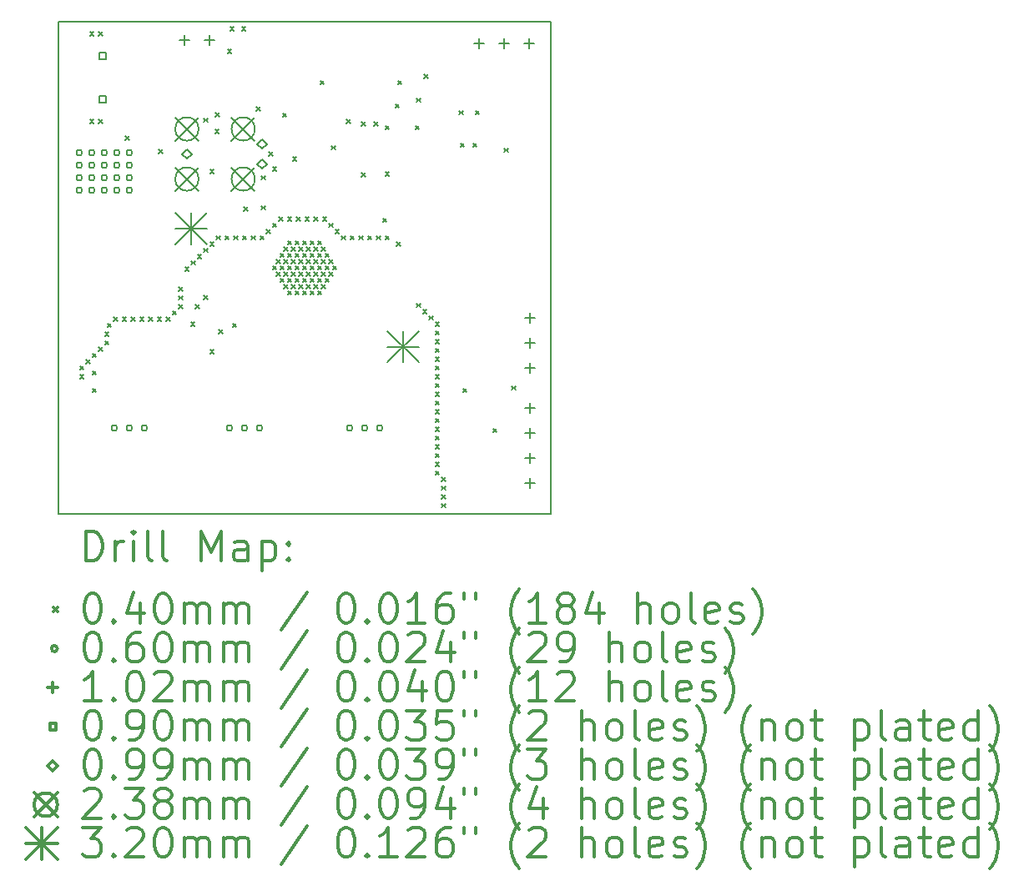
<source format=gbr>
%FSLAX45Y45*%
G04 Gerber Fmt 4.5, Leading zero omitted, Abs format (unit mm)*
G04 Created by KiCad (PCBNEW (2017-05-08 revision d4e41c4f9)-makepkg) date 05/10/17 17:16:50*
%MOMM*%
%LPD*%
G01*
G04 APERTURE LIST*
%ADD10C,0.127000*%
%ADD11C,0.150000*%
%ADD12C,0.200000*%
%ADD13C,0.300000*%
G04 APERTURE END LIST*
D10*
D11*
X17500000Y-6500000D02*
X12500000Y-6500000D01*
X17500000Y-11500000D02*
X17500000Y-6500000D01*
X12500000Y-11500000D02*
X17500000Y-11500000D01*
X12500000Y-6500000D02*
X12500000Y-11500000D01*
D12*
X12719400Y-9996000D02*
X12759400Y-10036000D01*
X12759400Y-9996000D02*
X12719400Y-10036000D01*
X12719400Y-10084900D02*
X12759400Y-10124900D01*
X12759400Y-10084900D02*
X12719400Y-10124900D01*
X12782900Y-9932500D02*
X12822900Y-9972500D01*
X12822900Y-9932500D02*
X12782900Y-9972500D01*
X12821000Y-6605100D02*
X12861000Y-6645100D01*
X12861000Y-6605100D02*
X12821000Y-6645100D01*
X12821000Y-7494100D02*
X12861000Y-7534100D01*
X12861000Y-7494100D02*
X12821000Y-7534100D01*
X12846400Y-9869000D02*
X12886400Y-9909000D01*
X12886400Y-9869000D02*
X12846400Y-9909000D01*
X12846400Y-10046800D02*
X12886400Y-10086800D01*
X12886400Y-10046800D02*
X12846400Y-10086800D01*
X12846400Y-10224600D02*
X12886400Y-10264600D01*
X12886400Y-10224600D02*
X12846400Y-10264600D01*
X12909900Y-6605100D02*
X12949900Y-6645100D01*
X12949900Y-6605100D02*
X12909900Y-6645100D01*
X12909900Y-7494100D02*
X12949900Y-7534100D01*
X12949900Y-7494100D02*
X12909900Y-7534100D01*
X12909900Y-9805500D02*
X12949900Y-9845500D01*
X12949900Y-9805500D02*
X12909900Y-9845500D01*
X12973400Y-9653100D02*
X13013400Y-9693100D01*
X13013400Y-9653100D02*
X12973400Y-9693100D01*
X12973400Y-9742000D02*
X13013400Y-9782000D01*
X13013400Y-9742000D02*
X12973400Y-9782000D01*
X12998800Y-9564200D02*
X13038800Y-9604200D01*
X13038800Y-9564200D02*
X12998800Y-9604200D01*
X13062300Y-9500700D02*
X13102300Y-9540700D01*
X13102300Y-9500700D02*
X13062300Y-9540700D01*
X13151200Y-9500700D02*
X13191200Y-9540700D01*
X13191200Y-9500700D02*
X13151200Y-9540700D01*
X13181680Y-7664280D02*
X13221680Y-7704280D01*
X13221680Y-7664280D02*
X13181680Y-7704280D01*
X13240100Y-9500700D02*
X13280100Y-9540700D01*
X13280100Y-9500700D02*
X13240100Y-9540700D01*
X13329000Y-9500700D02*
X13369000Y-9540700D01*
X13369000Y-9500700D02*
X13329000Y-9540700D01*
X13417900Y-9500700D02*
X13457900Y-9540700D01*
X13457900Y-9500700D02*
X13417900Y-9540700D01*
X13506800Y-9500700D02*
X13546800Y-9540700D01*
X13546800Y-9500700D02*
X13506800Y-9540700D01*
X13519500Y-7798900D02*
X13559500Y-7838900D01*
X13559500Y-7798900D02*
X13519500Y-7838900D01*
X13595700Y-9500700D02*
X13635700Y-9540700D01*
X13635700Y-9500700D02*
X13595700Y-9540700D01*
X13659200Y-9437200D02*
X13699200Y-9477200D01*
X13699200Y-9437200D02*
X13659200Y-9477200D01*
X13722700Y-9195900D02*
X13762700Y-9235900D01*
X13762700Y-9195900D02*
X13722700Y-9235900D01*
X13722700Y-9284800D02*
X13762700Y-9324800D01*
X13762700Y-9284800D02*
X13722700Y-9324800D01*
X13722700Y-9373700D02*
X13762700Y-9413700D01*
X13762700Y-9373700D02*
X13722700Y-9413700D01*
X13786200Y-8992700D02*
X13826200Y-9032700D01*
X13826200Y-8992700D02*
X13786200Y-9032700D01*
X13845524Y-9549204D02*
X13885524Y-9589204D01*
X13885524Y-9549204D02*
X13845524Y-9589204D01*
X13849700Y-8929200D02*
X13889700Y-8969200D01*
X13889700Y-8929200D02*
X13849700Y-8969200D01*
X13891699Y-9373700D02*
X13931699Y-9413700D01*
X13931699Y-9373700D02*
X13891699Y-9413700D01*
X13913200Y-8865700D02*
X13953200Y-8905700D01*
X13953200Y-8865700D02*
X13913200Y-8905700D01*
X13976700Y-7481400D02*
X14016700Y-7521400D01*
X14016700Y-7481400D02*
X13976700Y-7521400D01*
X13976700Y-8802200D02*
X14016700Y-8842200D01*
X14016700Y-8802200D02*
X13976700Y-8842200D01*
X13976700Y-9277180D02*
X14016700Y-9317180D01*
X14016700Y-9277180D02*
X13976700Y-9317180D01*
X14040199Y-9830900D02*
X14080199Y-9870900D01*
X14080199Y-9830900D02*
X14040199Y-9870900D01*
X14040200Y-8002100D02*
X14080200Y-8042100D01*
X14080200Y-8002100D02*
X14040200Y-8042100D01*
X14040200Y-8738700D02*
X14080200Y-8778700D01*
X14080200Y-8738700D02*
X14040200Y-8778700D01*
X14091000Y-7595700D02*
X14131000Y-7635700D01*
X14131000Y-7595700D02*
X14091000Y-7635700D01*
X14095042Y-7428629D02*
X14135042Y-7468629D01*
X14135042Y-7428629D02*
X14095042Y-7468629D01*
X14103700Y-8675200D02*
X14143700Y-8715200D01*
X14143700Y-8675200D02*
X14103700Y-8715200D01*
X14129100Y-9627700D02*
X14169100Y-9667700D01*
X14169100Y-9627700D02*
X14129100Y-9667700D01*
X14192600Y-8675200D02*
X14232600Y-8715200D01*
X14232600Y-8675200D02*
X14192600Y-8715200D01*
X14218000Y-6782901D02*
X14258000Y-6822901D01*
X14258000Y-6782901D02*
X14218000Y-6822901D01*
X14243400Y-6554300D02*
X14283400Y-6594300D01*
X14283400Y-6554300D02*
X14243400Y-6594300D01*
X14268800Y-9564200D02*
X14308800Y-9604200D01*
X14308800Y-9564200D02*
X14268800Y-9604200D01*
X14281500Y-8675200D02*
X14321500Y-8715200D01*
X14321500Y-8675200D02*
X14281500Y-8715200D01*
X14363500Y-6554300D02*
X14403500Y-6594300D01*
X14403500Y-6554300D02*
X14363500Y-6594300D01*
X14370400Y-8675200D02*
X14410400Y-8715200D01*
X14410400Y-8675200D02*
X14370400Y-8715200D01*
X14383100Y-8383100D02*
X14423100Y-8423100D01*
X14423100Y-8383100D02*
X14383100Y-8423100D01*
X14459300Y-8675200D02*
X14499300Y-8715200D01*
X14499300Y-8675200D02*
X14459300Y-8715200D01*
X14510100Y-7367100D02*
X14550100Y-7407100D01*
X14550100Y-7367100D02*
X14510100Y-7407100D01*
X14548200Y-8675200D02*
X14588200Y-8715200D01*
X14588200Y-8675200D02*
X14548200Y-8715200D01*
X14560899Y-8370400D02*
X14600899Y-8410400D01*
X14600899Y-8370400D02*
X14560899Y-8410400D01*
X14560900Y-8065600D02*
X14600900Y-8105600D01*
X14600900Y-8065600D02*
X14560900Y-8105600D01*
X14611700Y-8611700D02*
X14651700Y-8651700D01*
X14651700Y-8611700D02*
X14611700Y-8651700D01*
X14637100Y-7824300D02*
X14677100Y-7864300D01*
X14677100Y-7824300D02*
X14637100Y-7864300D01*
X14675200Y-7976700D02*
X14715200Y-8016700D01*
X14715200Y-7976700D02*
X14675200Y-8016700D01*
X14675200Y-8548200D02*
X14715200Y-8588200D01*
X14715200Y-8548200D02*
X14675200Y-8588200D01*
X14675200Y-8980000D02*
X14715200Y-9020000D01*
X14715200Y-8980000D02*
X14675200Y-9020000D01*
X14713300Y-8916500D02*
X14753300Y-8956500D01*
X14753300Y-8916500D02*
X14713300Y-8956500D01*
X14713300Y-9043500D02*
X14753300Y-9083500D01*
X14753300Y-9043500D02*
X14713300Y-9083500D01*
X14738700Y-8484700D02*
X14778700Y-8524700D01*
X14778700Y-8484700D02*
X14738700Y-8524700D01*
X14751400Y-8853000D02*
X14791400Y-8893000D01*
X14791400Y-8853000D02*
X14751400Y-8893000D01*
X14751400Y-8980000D02*
X14791400Y-9020000D01*
X14791400Y-8980000D02*
X14751400Y-9020000D01*
X14751400Y-9107000D02*
X14791400Y-9147000D01*
X14791400Y-9107000D02*
X14751400Y-9147000D01*
X14776800Y-7430599D02*
X14816800Y-7470599D01*
X14816800Y-7430599D02*
X14776800Y-7470599D01*
X14789500Y-8789500D02*
X14829500Y-8829500D01*
X14829500Y-8789500D02*
X14789500Y-8829500D01*
X14789500Y-8916500D02*
X14829500Y-8956500D01*
X14829500Y-8916500D02*
X14789500Y-8956500D01*
X14789500Y-9043500D02*
X14829500Y-9083500D01*
X14829500Y-9043500D02*
X14789500Y-9083500D01*
X14789500Y-9170500D02*
X14829500Y-9210500D01*
X14829500Y-9170500D02*
X14789500Y-9210500D01*
X14827600Y-8484700D02*
X14867600Y-8524700D01*
X14867600Y-8484700D02*
X14827600Y-8524700D01*
X14827600Y-8726000D02*
X14867600Y-8766000D01*
X14867600Y-8726000D02*
X14827600Y-8766000D01*
X14827600Y-8853000D02*
X14867600Y-8893000D01*
X14867600Y-8853000D02*
X14827600Y-8893000D01*
X14827600Y-8980000D02*
X14867600Y-9020000D01*
X14867600Y-8980000D02*
X14827600Y-9020000D01*
X14827600Y-9107000D02*
X14867600Y-9147000D01*
X14867600Y-9107000D02*
X14827600Y-9147000D01*
X14827600Y-9234000D02*
X14867600Y-9274000D01*
X14867600Y-9234000D02*
X14827600Y-9274000D01*
X14865700Y-8789500D02*
X14905700Y-8829500D01*
X14905700Y-8789500D02*
X14865700Y-8829500D01*
X14865700Y-8916500D02*
X14905700Y-8956500D01*
X14905700Y-8916500D02*
X14865700Y-8956500D01*
X14865700Y-9043500D02*
X14905700Y-9083500D01*
X14905700Y-9043500D02*
X14865700Y-9083500D01*
X14865700Y-9170500D02*
X14905700Y-9210500D01*
X14905700Y-9170500D02*
X14865700Y-9210500D01*
X14878400Y-7875100D02*
X14918400Y-7915100D01*
X14918400Y-7875100D02*
X14878400Y-7915100D01*
X14903800Y-8726000D02*
X14943800Y-8766000D01*
X14943800Y-8726000D02*
X14903800Y-8766000D01*
X14903800Y-8853000D02*
X14943800Y-8893000D01*
X14943800Y-8853000D02*
X14903800Y-8893000D01*
X14903800Y-8980000D02*
X14943800Y-9020000D01*
X14943800Y-8980000D02*
X14903800Y-9020000D01*
X14903800Y-9107000D02*
X14943800Y-9147000D01*
X14943800Y-9107000D02*
X14903800Y-9147000D01*
X14903800Y-9234000D02*
X14943800Y-9274000D01*
X14943800Y-9234000D02*
X14903800Y-9274000D01*
X14916500Y-8484700D02*
X14956500Y-8524700D01*
X14956500Y-8484700D02*
X14916500Y-8524700D01*
X14941900Y-8789500D02*
X14981900Y-8829500D01*
X14981900Y-8789500D02*
X14941900Y-8829500D01*
X14941900Y-8916500D02*
X14981900Y-8956500D01*
X14981900Y-8916500D02*
X14941900Y-8956500D01*
X14941900Y-9043500D02*
X14981900Y-9083500D01*
X14981900Y-9043500D02*
X14941900Y-9083500D01*
X14941900Y-9170500D02*
X14981900Y-9210500D01*
X14981900Y-9170500D02*
X14941900Y-9210500D01*
X14980000Y-8726000D02*
X15020000Y-8766000D01*
X15020000Y-8726000D02*
X14980000Y-8766000D01*
X14980000Y-8853000D02*
X15020000Y-8893000D01*
X15020000Y-8853000D02*
X14980000Y-8893000D01*
X14980000Y-8980000D02*
X15020000Y-9020000D01*
X15020000Y-8980000D02*
X14980000Y-9020000D01*
X14980000Y-9107000D02*
X15020000Y-9147000D01*
X15020000Y-9107000D02*
X14980000Y-9147000D01*
X14980000Y-9234000D02*
X15020000Y-9274000D01*
X15020000Y-9234000D02*
X14980000Y-9274000D01*
X15005400Y-8484700D02*
X15045400Y-8524700D01*
X15045400Y-8484700D02*
X15005400Y-8524700D01*
X15018100Y-8789500D02*
X15058100Y-8829500D01*
X15058100Y-8789500D02*
X15018100Y-8829500D01*
X15018100Y-8916500D02*
X15058100Y-8956500D01*
X15058100Y-8916500D02*
X15018100Y-8956500D01*
X15018100Y-9043500D02*
X15058100Y-9083500D01*
X15058100Y-9043500D02*
X15018100Y-9083500D01*
X15018100Y-9170500D02*
X15058100Y-9210500D01*
X15058100Y-9170500D02*
X15018100Y-9210500D01*
X15056200Y-8726000D02*
X15096200Y-8766000D01*
X15096200Y-8726000D02*
X15056200Y-8766000D01*
X15056200Y-8853000D02*
X15096200Y-8893000D01*
X15096200Y-8853000D02*
X15056200Y-8893000D01*
X15056200Y-8980000D02*
X15096200Y-9020000D01*
X15096200Y-8980000D02*
X15056200Y-9020000D01*
X15056200Y-9107000D02*
X15096200Y-9147000D01*
X15096200Y-9107000D02*
X15056200Y-9147000D01*
X15056200Y-9234000D02*
X15096200Y-9274000D01*
X15096200Y-9234000D02*
X15056200Y-9274000D01*
X15094300Y-8484700D02*
X15134300Y-8524700D01*
X15134300Y-8484700D02*
X15094300Y-8524700D01*
X15094300Y-8789500D02*
X15134300Y-8829500D01*
X15134300Y-8789500D02*
X15094300Y-8829500D01*
X15094300Y-8916500D02*
X15134300Y-8956500D01*
X15134300Y-8916500D02*
X15094300Y-8956500D01*
X15094300Y-9043500D02*
X15134300Y-9083500D01*
X15134300Y-9043500D02*
X15094300Y-9083500D01*
X15094300Y-9170500D02*
X15134300Y-9210500D01*
X15134300Y-9170500D02*
X15094300Y-9210500D01*
X15132400Y-8726000D02*
X15172400Y-8766000D01*
X15172400Y-8726000D02*
X15132400Y-8766000D01*
X15132400Y-8853000D02*
X15172400Y-8893000D01*
X15172400Y-8853000D02*
X15132400Y-8893000D01*
X15132400Y-8980000D02*
X15172400Y-9020000D01*
X15172400Y-8980000D02*
X15132400Y-9020000D01*
X15132400Y-9107000D02*
X15172400Y-9147000D01*
X15172400Y-9107000D02*
X15132400Y-9147000D01*
X15132400Y-9234000D02*
X15172400Y-9274000D01*
X15172400Y-9234000D02*
X15132400Y-9274000D01*
X15157800Y-7100400D02*
X15197800Y-7140400D01*
X15197800Y-7100400D02*
X15157800Y-7140400D01*
X15170500Y-8789500D02*
X15210500Y-8829500D01*
X15210500Y-8789500D02*
X15170500Y-8829500D01*
X15170500Y-8916500D02*
X15210500Y-8956500D01*
X15210500Y-8916500D02*
X15170500Y-8956500D01*
X15170500Y-9043500D02*
X15210500Y-9083500D01*
X15210500Y-9043500D02*
X15170500Y-9083500D01*
X15170500Y-9170500D02*
X15210500Y-9210500D01*
X15210500Y-9170500D02*
X15170500Y-9210500D01*
X15183200Y-8484700D02*
X15223200Y-8524700D01*
X15223200Y-8484700D02*
X15183200Y-8524700D01*
X15208600Y-8853000D02*
X15248600Y-8893000D01*
X15248600Y-8853000D02*
X15208600Y-8893000D01*
X15208600Y-8980000D02*
X15248600Y-9020000D01*
X15248600Y-8980000D02*
X15208600Y-9020000D01*
X15208600Y-9107000D02*
X15248600Y-9147000D01*
X15248600Y-9107000D02*
X15208600Y-9147000D01*
X15246700Y-8548200D02*
X15286700Y-8588200D01*
X15286700Y-8548200D02*
X15246700Y-8588200D01*
X15246700Y-8916500D02*
X15286700Y-8956500D01*
X15286700Y-8916500D02*
X15246700Y-8956500D01*
X15246700Y-9043500D02*
X15286700Y-9083500D01*
X15286700Y-9043500D02*
X15246700Y-9083500D01*
X15272100Y-7760800D02*
X15312100Y-7800800D01*
X15312100Y-7760800D02*
X15272100Y-7800800D01*
X15284800Y-8980000D02*
X15324800Y-9020000D01*
X15324800Y-8980000D02*
X15284800Y-9020000D01*
X15310200Y-8611700D02*
X15350200Y-8651700D01*
X15350200Y-8611700D02*
X15310200Y-8651700D01*
X15373700Y-8675200D02*
X15413700Y-8715200D01*
X15413700Y-8675200D02*
X15373700Y-8715200D01*
X15424500Y-7494100D02*
X15464500Y-7534100D01*
X15464500Y-7494100D02*
X15424500Y-7534100D01*
X15462600Y-8675200D02*
X15502600Y-8715200D01*
X15502600Y-8675200D02*
X15462600Y-8715200D01*
X15551500Y-8675200D02*
X15591500Y-8715200D01*
X15591500Y-8675200D02*
X15551500Y-8715200D01*
X15579440Y-7516960D02*
X15619440Y-7556960D01*
X15619440Y-7516960D02*
X15579440Y-7556960D01*
X15579440Y-8035120D02*
X15619440Y-8075120D01*
X15619440Y-8035120D02*
X15579440Y-8075120D01*
X15640400Y-8675200D02*
X15680400Y-8715200D01*
X15680400Y-8675200D02*
X15640400Y-8715200D01*
X15701360Y-7516960D02*
X15741360Y-7556960D01*
X15741360Y-7516960D02*
X15701360Y-7556960D01*
X15729300Y-8675200D02*
X15769300Y-8715200D01*
X15769300Y-8675200D02*
X15729300Y-8715200D01*
X15792800Y-8497400D02*
X15832800Y-8537400D01*
X15832800Y-8497400D02*
X15792800Y-8537400D01*
X15818200Y-7557600D02*
X15858200Y-7597600D01*
X15858200Y-7557600D02*
X15818200Y-7597600D01*
X15818200Y-8027500D02*
X15858200Y-8067500D01*
X15858200Y-8027500D02*
X15818200Y-8067500D01*
X15818200Y-8674000D02*
X15858200Y-8714000D01*
X15858200Y-8674000D02*
X15818200Y-8714000D01*
X15919800Y-7335800D02*
X15959800Y-7375800D01*
X15959800Y-7335800D02*
X15919800Y-7375800D01*
X15930267Y-8740933D02*
X15970267Y-8780933D01*
X15970267Y-8740933D02*
X15930267Y-8780933D01*
X15945200Y-7100400D02*
X15985200Y-7140400D01*
X15985200Y-7100400D02*
X15945200Y-7140400D01*
X16123000Y-7557600D02*
X16163000Y-7597600D01*
X16163000Y-7557600D02*
X16123000Y-7597600D01*
X16135700Y-9361000D02*
X16175700Y-9401000D01*
X16175700Y-9361000D02*
X16135700Y-9401000D01*
X16136366Y-7278699D02*
X16176366Y-7318699D01*
X16176366Y-7278699D02*
X16136366Y-7318699D01*
X16199200Y-9424500D02*
X16239200Y-9464500D01*
X16239200Y-9424500D02*
X16199200Y-9464500D01*
X16211899Y-7036900D02*
X16251899Y-7076900D01*
X16251899Y-7036900D02*
X16211899Y-7076900D01*
X16262700Y-9488000D02*
X16302700Y-9528000D01*
X16302700Y-9488000D02*
X16262700Y-9528000D01*
X16326200Y-9551500D02*
X16366200Y-9591500D01*
X16366200Y-9551500D02*
X16326200Y-9591500D01*
X16326200Y-9640400D02*
X16366200Y-9680400D01*
X16366200Y-9640400D02*
X16326200Y-9680400D01*
X16326200Y-9729300D02*
X16366200Y-9769300D01*
X16366200Y-9729300D02*
X16326200Y-9769300D01*
X16326200Y-9818200D02*
X16366200Y-9858200D01*
X16366200Y-9818200D02*
X16326200Y-9858200D01*
X16326200Y-9907100D02*
X16366200Y-9947100D01*
X16366200Y-9907100D02*
X16326200Y-9947100D01*
X16326200Y-9996000D02*
X16366200Y-10036000D01*
X16366200Y-9996000D02*
X16326200Y-10036000D01*
X16326200Y-10084900D02*
X16366200Y-10124900D01*
X16366200Y-10084900D02*
X16326200Y-10124900D01*
X16326200Y-10173800D02*
X16366200Y-10213800D01*
X16366200Y-10173800D02*
X16326200Y-10213800D01*
X16326200Y-10262700D02*
X16366200Y-10302700D01*
X16366200Y-10262700D02*
X16326200Y-10302700D01*
X16326200Y-10351600D02*
X16366200Y-10391600D01*
X16366200Y-10351600D02*
X16326200Y-10391600D01*
X16326200Y-10440500D02*
X16366200Y-10480500D01*
X16366200Y-10440500D02*
X16326200Y-10480500D01*
X16326200Y-10529400D02*
X16366200Y-10569400D01*
X16366200Y-10529400D02*
X16326200Y-10569400D01*
X16326200Y-10618300D02*
X16366200Y-10658300D01*
X16366200Y-10618300D02*
X16326200Y-10658300D01*
X16326200Y-10707200D02*
X16366200Y-10747200D01*
X16366200Y-10707200D02*
X16326200Y-10747200D01*
X16326200Y-10796100D02*
X16366200Y-10836100D01*
X16366200Y-10796100D02*
X16326200Y-10836100D01*
X16326200Y-10885000D02*
X16366200Y-10925000D01*
X16366200Y-10885000D02*
X16326200Y-10925000D01*
X16326200Y-10973900D02*
X16366200Y-11013900D01*
X16366200Y-10973900D02*
X16326200Y-11013900D01*
X16326200Y-11062800D02*
X16366200Y-11102800D01*
X16366200Y-11062800D02*
X16326200Y-11102800D01*
X16389700Y-11126300D02*
X16429700Y-11166300D01*
X16429700Y-11126300D02*
X16389700Y-11166300D01*
X16389700Y-11215200D02*
X16429700Y-11255200D01*
X16429700Y-11215200D02*
X16389700Y-11255200D01*
X16389700Y-11304100D02*
X16429700Y-11344100D01*
X16429700Y-11304100D02*
X16389700Y-11344100D01*
X16389700Y-11393000D02*
X16429700Y-11433000D01*
X16429700Y-11393000D02*
X16389700Y-11433000D01*
X16568700Y-7405200D02*
X16608700Y-7445200D01*
X16608700Y-7405200D02*
X16568700Y-7445200D01*
X16580200Y-7735400D02*
X16620200Y-7775400D01*
X16620200Y-7735400D02*
X16580200Y-7775400D01*
X16605600Y-10224600D02*
X16645600Y-10264600D01*
X16645600Y-10224600D02*
X16605600Y-10264600D01*
X16707200Y-7735400D02*
X16747200Y-7775400D01*
X16747200Y-7735400D02*
X16707200Y-7775400D01*
X16732600Y-7405200D02*
X16772600Y-7445200D01*
X16772600Y-7405200D02*
X16732600Y-7445200D01*
X16910400Y-10631000D02*
X16950400Y-10671000D01*
X16950400Y-10631000D02*
X16910400Y-10671000D01*
X17024700Y-7786200D02*
X17064700Y-7826200D01*
X17064700Y-7786200D02*
X17024700Y-7826200D01*
X17100900Y-10199200D02*
X17140900Y-10239200D01*
X17140900Y-10199200D02*
X17100900Y-10239200D01*
X12744000Y-7831600D02*
G75*
G03X12744000Y-7831600I-30000J0D01*
G01*
X12744000Y-7958600D02*
G75*
G03X12744000Y-7958600I-30000J0D01*
G01*
X12744000Y-8085600D02*
G75*
G03X12744000Y-8085600I-30000J0D01*
G01*
X12744000Y-8212600D02*
G75*
G03X12744000Y-8212600I-30000J0D01*
G01*
X12871000Y-7831600D02*
G75*
G03X12871000Y-7831600I-30000J0D01*
G01*
X12871000Y-7958600D02*
G75*
G03X12871000Y-7958600I-30000J0D01*
G01*
X12871000Y-8085600D02*
G75*
G03X12871000Y-8085600I-30000J0D01*
G01*
X12871000Y-8212600D02*
G75*
G03X12871000Y-8212600I-30000J0D01*
G01*
X12998000Y-7831600D02*
G75*
G03X12998000Y-7831600I-30000J0D01*
G01*
X12998000Y-7958600D02*
G75*
G03X12998000Y-7958600I-30000J0D01*
G01*
X12998000Y-8085600D02*
G75*
G03X12998000Y-8085600I-30000J0D01*
G01*
X12998000Y-8212600D02*
G75*
G03X12998000Y-8212600I-30000J0D01*
G01*
X13099600Y-10625600D02*
G75*
G03X13099600Y-10625600I-30000J0D01*
G01*
X13125000Y-7831600D02*
G75*
G03X13125000Y-7831600I-30000J0D01*
G01*
X13125000Y-7958600D02*
G75*
G03X13125000Y-7958600I-30000J0D01*
G01*
X13125000Y-8085600D02*
G75*
G03X13125000Y-8085600I-30000J0D01*
G01*
X13125000Y-8212600D02*
G75*
G03X13125000Y-8212600I-30000J0D01*
G01*
X13252000Y-7831600D02*
G75*
G03X13252000Y-7831600I-30000J0D01*
G01*
X13252000Y-7958600D02*
G75*
G03X13252000Y-7958600I-30000J0D01*
G01*
X13252000Y-8085600D02*
G75*
G03X13252000Y-8085600I-30000J0D01*
G01*
X13252000Y-8212600D02*
G75*
G03X13252000Y-8212600I-30000J0D01*
G01*
X13252000Y-10625600D02*
G75*
G03X13252000Y-10625600I-30000J0D01*
G01*
X13404400Y-10625600D02*
G75*
G03X13404400Y-10625600I-30000J0D01*
G01*
X14268000Y-10625600D02*
G75*
G03X14268000Y-10625600I-30000J0D01*
G01*
X14420400Y-10625600D02*
G75*
G03X14420400Y-10625600I-30000J0D01*
G01*
X14572800Y-10625600D02*
G75*
G03X14572800Y-10625600I-30000J0D01*
G01*
X15487200Y-10625600D02*
G75*
G03X15487200Y-10625600I-30000J0D01*
G01*
X15639600Y-10625600D02*
G75*
G03X15639600Y-10625600I-30000J0D01*
G01*
X15792000Y-10625600D02*
G75*
G03X15792000Y-10625600I-30000J0D01*
G01*
X13780800Y-6637800D02*
X13780800Y-6739400D01*
X13730000Y-6688600D02*
X13831600Y-6688600D01*
X14034800Y-6637800D02*
X14034800Y-6739400D01*
X13984000Y-6688600D02*
X14085600Y-6688600D01*
X17286000Y-9457200D02*
X17286000Y-9558800D01*
X17235200Y-9508000D02*
X17336800Y-9508000D01*
X17286000Y-9711200D02*
X17286000Y-9812800D01*
X17235200Y-9762000D02*
X17336800Y-9762000D01*
X17286000Y-9965200D02*
X17286000Y-10066800D01*
X17235200Y-10016000D02*
X17336800Y-10016000D01*
X16771000Y-6674200D02*
X16771000Y-6775800D01*
X16720200Y-6725000D02*
X16821800Y-6725000D01*
X17025000Y-6674200D02*
X17025000Y-6775800D01*
X16974200Y-6725000D02*
X17075800Y-6725000D01*
X17279000Y-6674200D02*
X17279000Y-6775800D01*
X17228200Y-6725000D02*
X17329800Y-6725000D01*
X17286000Y-10371600D02*
X17286000Y-10473200D01*
X17235200Y-10422400D02*
X17336800Y-10422400D01*
X17286000Y-10625600D02*
X17286000Y-10727200D01*
X17235200Y-10676400D02*
X17336800Y-10676400D01*
X17286000Y-10879600D02*
X17286000Y-10981200D01*
X17235200Y-10930400D02*
X17336800Y-10930400D01*
X17286000Y-11133600D02*
X17286000Y-11235200D01*
X17235200Y-11184400D02*
X17336800Y-11184400D01*
X12983280Y-6881426D02*
X12983280Y-6817846D01*
X12919700Y-6817846D01*
X12919700Y-6881426D01*
X12983280Y-6881426D01*
X12983280Y-7321354D02*
X12983280Y-7257774D01*
X12919700Y-7257774D01*
X12919700Y-7321354D01*
X12983280Y-7321354D01*
X13806200Y-7893830D02*
X13855730Y-7844300D01*
X13806200Y-7794770D01*
X13756670Y-7844300D01*
X13806200Y-7893830D01*
X14568200Y-7792330D02*
X14617730Y-7742800D01*
X14568200Y-7693270D01*
X14518670Y-7742800D01*
X14568200Y-7792330D01*
X14568200Y-7995330D02*
X14617730Y-7945800D01*
X14568200Y-7896270D01*
X14518670Y-7945800D01*
X14568200Y-7995330D01*
X13687450Y-7471550D02*
X13924950Y-7709050D01*
X13924950Y-7471550D02*
X13687450Y-7709050D01*
X13924950Y-7590300D02*
G75*
G03X13924950Y-7590300I-118750J0D01*
G01*
X13687450Y-7979550D02*
X13924950Y-8217050D01*
X13924950Y-7979550D02*
X13687450Y-8217050D01*
X13924950Y-8098300D02*
G75*
G03X13924950Y-8098300I-118750J0D01*
G01*
X14258950Y-7471550D02*
X14496450Y-7709050D01*
X14496450Y-7471550D02*
X14258950Y-7709050D01*
X14496450Y-7590300D02*
G75*
G03X14496450Y-7590300I-118750J0D01*
G01*
X14258950Y-7979550D02*
X14496450Y-8217050D01*
X14496450Y-7979550D02*
X14258950Y-8217050D01*
X14496450Y-8098300D02*
G75*
G03X14496450Y-8098300I-118750J0D01*
G01*
X13690000Y-8440000D02*
X14010000Y-8760000D01*
X14010000Y-8440000D02*
X13690000Y-8760000D01*
X13850000Y-8440000D02*
X13850000Y-8760000D01*
X13690000Y-8600000D02*
X14010000Y-8600000D01*
X15840000Y-9640000D02*
X16160000Y-9960000D01*
X16160000Y-9640000D02*
X15840000Y-9960000D01*
X16000000Y-9640000D02*
X16000000Y-9960000D01*
X15840000Y-9800000D02*
X16160000Y-9800000D01*
D13*
X12778928Y-11973214D02*
X12778928Y-11673214D01*
X12850357Y-11673214D01*
X12893214Y-11687500D01*
X12921786Y-11716071D01*
X12936071Y-11744643D01*
X12950357Y-11801786D01*
X12950357Y-11844643D01*
X12936071Y-11901786D01*
X12921786Y-11930357D01*
X12893214Y-11958929D01*
X12850357Y-11973214D01*
X12778928Y-11973214D01*
X13078928Y-11973214D02*
X13078928Y-11773214D01*
X13078928Y-11830357D02*
X13093214Y-11801786D01*
X13107500Y-11787500D01*
X13136071Y-11773214D01*
X13164643Y-11773214D01*
X13264643Y-11973214D02*
X13264643Y-11773214D01*
X13264643Y-11673214D02*
X13250357Y-11687500D01*
X13264643Y-11701786D01*
X13278928Y-11687500D01*
X13264643Y-11673214D01*
X13264643Y-11701786D01*
X13450357Y-11973214D02*
X13421786Y-11958929D01*
X13407500Y-11930357D01*
X13407500Y-11673214D01*
X13607500Y-11973214D02*
X13578928Y-11958929D01*
X13564643Y-11930357D01*
X13564643Y-11673214D01*
X13950357Y-11973214D02*
X13950357Y-11673214D01*
X14050357Y-11887500D01*
X14150357Y-11673214D01*
X14150357Y-11973214D01*
X14421786Y-11973214D02*
X14421786Y-11816071D01*
X14407500Y-11787500D01*
X14378928Y-11773214D01*
X14321786Y-11773214D01*
X14293214Y-11787500D01*
X14421786Y-11958929D02*
X14393214Y-11973214D01*
X14321786Y-11973214D01*
X14293214Y-11958929D01*
X14278928Y-11930357D01*
X14278928Y-11901786D01*
X14293214Y-11873214D01*
X14321786Y-11858929D01*
X14393214Y-11858929D01*
X14421786Y-11844643D01*
X14564643Y-11773214D02*
X14564643Y-12073214D01*
X14564643Y-11787500D02*
X14593214Y-11773214D01*
X14650357Y-11773214D01*
X14678928Y-11787500D01*
X14693214Y-11801786D01*
X14707500Y-11830357D01*
X14707500Y-11916071D01*
X14693214Y-11944643D01*
X14678928Y-11958929D01*
X14650357Y-11973214D01*
X14593214Y-11973214D01*
X14564643Y-11958929D01*
X14836071Y-11944643D02*
X14850357Y-11958929D01*
X14836071Y-11973214D01*
X14821786Y-11958929D01*
X14836071Y-11944643D01*
X14836071Y-11973214D01*
X14836071Y-11787500D02*
X14850357Y-11801786D01*
X14836071Y-11816071D01*
X14821786Y-11801786D01*
X14836071Y-11787500D01*
X14836071Y-11816071D01*
X12452500Y-12447500D02*
X12492500Y-12487500D01*
X12492500Y-12447500D02*
X12452500Y-12487500D01*
X12836071Y-12303214D02*
X12864643Y-12303214D01*
X12893214Y-12317500D01*
X12907500Y-12331786D01*
X12921786Y-12360357D01*
X12936071Y-12417500D01*
X12936071Y-12488929D01*
X12921786Y-12546071D01*
X12907500Y-12574643D01*
X12893214Y-12588929D01*
X12864643Y-12603214D01*
X12836071Y-12603214D01*
X12807500Y-12588929D01*
X12793214Y-12574643D01*
X12778928Y-12546071D01*
X12764643Y-12488929D01*
X12764643Y-12417500D01*
X12778928Y-12360357D01*
X12793214Y-12331786D01*
X12807500Y-12317500D01*
X12836071Y-12303214D01*
X13064643Y-12574643D02*
X13078928Y-12588929D01*
X13064643Y-12603214D01*
X13050357Y-12588929D01*
X13064643Y-12574643D01*
X13064643Y-12603214D01*
X13336071Y-12403214D02*
X13336071Y-12603214D01*
X13264643Y-12288929D02*
X13193214Y-12503214D01*
X13378928Y-12503214D01*
X13550357Y-12303214D02*
X13578928Y-12303214D01*
X13607500Y-12317500D01*
X13621786Y-12331786D01*
X13636071Y-12360357D01*
X13650357Y-12417500D01*
X13650357Y-12488929D01*
X13636071Y-12546071D01*
X13621786Y-12574643D01*
X13607500Y-12588929D01*
X13578928Y-12603214D01*
X13550357Y-12603214D01*
X13521786Y-12588929D01*
X13507500Y-12574643D01*
X13493214Y-12546071D01*
X13478928Y-12488929D01*
X13478928Y-12417500D01*
X13493214Y-12360357D01*
X13507500Y-12331786D01*
X13521786Y-12317500D01*
X13550357Y-12303214D01*
X13778928Y-12603214D02*
X13778928Y-12403214D01*
X13778928Y-12431786D02*
X13793214Y-12417500D01*
X13821786Y-12403214D01*
X13864643Y-12403214D01*
X13893214Y-12417500D01*
X13907500Y-12446071D01*
X13907500Y-12603214D01*
X13907500Y-12446071D02*
X13921786Y-12417500D01*
X13950357Y-12403214D01*
X13993214Y-12403214D01*
X14021786Y-12417500D01*
X14036071Y-12446071D01*
X14036071Y-12603214D01*
X14178928Y-12603214D02*
X14178928Y-12403214D01*
X14178928Y-12431786D02*
X14193214Y-12417500D01*
X14221786Y-12403214D01*
X14264643Y-12403214D01*
X14293214Y-12417500D01*
X14307500Y-12446071D01*
X14307500Y-12603214D01*
X14307500Y-12446071D02*
X14321786Y-12417500D01*
X14350357Y-12403214D01*
X14393214Y-12403214D01*
X14421786Y-12417500D01*
X14436071Y-12446071D01*
X14436071Y-12603214D01*
X15021786Y-12288929D02*
X14764643Y-12674643D01*
X15407500Y-12303214D02*
X15436071Y-12303214D01*
X15464643Y-12317500D01*
X15478928Y-12331786D01*
X15493214Y-12360357D01*
X15507500Y-12417500D01*
X15507500Y-12488929D01*
X15493214Y-12546071D01*
X15478928Y-12574643D01*
X15464643Y-12588929D01*
X15436071Y-12603214D01*
X15407500Y-12603214D01*
X15378928Y-12588929D01*
X15364643Y-12574643D01*
X15350357Y-12546071D01*
X15336071Y-12488929D01*
X15336071Y-12417500D01*
X15350357Y-12360357D01*
X15364643Y-12331786D01*
X15378928Y-12317500D01*
X15407500Y-12303214D01*
X15636071Y-12574643D02*
X15650357Y-12588929D01*
X15636071Y-12603214D01*
X15621786Y-12588929D01*
X15636071Y-12574643D01*
X15636071Y-12603214D01*
X15836071Y-12303214D02*
X15864643Y-12303214D01*
X15893214Y-12317500D01*
X15907500Y-12331786D01*
X15921786Y-12360357D01*
X15936071Y-12417500D01*
X15936071Y-12488929D01*
X15921786Y-12546071D01*
X15907500Y-12574643D01*
X15893214Y-12588929D01*
X15864643Y-12603214D01*
X15836071Y-12603214D01*
X15807500Y-12588929D01*
X15793214Y-12574643D01*
X15778928Y-12546071D01*
X15764643Y-12488929D01*
X15764643Y-12417500D01*
X15778928Y-12360357D01*
X15793214Y-12331786D01*
X15807500Y-12317500D01*
X15836071Y-12303214D01*
X16221786Y-12603214D02*
X16050357Y-12603214D01*
X16136071Y-12603214D02*
X16136071Y-12303214D01*
X16107500Y-12346071D01*
X16078928Y-12374643D01*
X16050357Y-12388929D01*
X16478928Y-12303214D02*
X16421786Y-12303214D01*
X16393214Y-12317500D01*
X16378928Y-12331786D01*
X16350357Y-12374643D01*
X16336071Y-12431786D01*
X16336071Y-12546071D01*
X16350357Y-12574643D01*
X16364643Y-12588929D01*
X16393214Y-12603214D01*
X16450357Y-12603214D01*
X16478928Y-12588929D01*
X16493214Y-12574643D01*
X16507500Y-12546071D01*
X16507500Y-12474643D01*
X16493214Y-12446071D01*
X16478928Y-12431786D01*
X16450357Y-12417500D01*
X16393214Y-12417500D01*
X16364643Y-12431786D01*
X16350357Y-12446071D01*
X16336071Y-12474643D01*
X16621786Y-12303214D02*
X16621786Y-12360357D01*
X16736071Y-12303214D02*
X16736071Y-12360357D01*
X17178928Y-12717500D02*
X17164643Y-12703214D01*
X17136071Y-12660357D01*
X17121786Y-12631786D01*
X17107500Y-12588929D01*
X17093214Y-12517500D01*
X17093214Y-12460357D01*
X17107500Y-12388929D01*
X17121786Y-12346071D01*
X17136071Y-12317500D01*
X17164643Y-12274643D01*
X17178928Y-12260357D01*
X17450357Y-12603214D02*
X17278928Y-12603214D01*
X17364643Y-12603214D02*
X17364643Y-12303214D01*
X17336071Y-12346071D01*
X17307500Y-12374643D01*
X17278928Y-12388929D01*
X17621786Y-12431786D02*
X17593214Y-12417500D01*
X17578928Y-12403214D01*
X17564643Y-12374643D01*
X17564643Y-12360357D01*
X17578928Y-12331786D01*
X17593214Y-12317500D01*
X17621786Y-12303214D01*
X17678928Y-12303214D01*
X17707500Y-12317500D01*
X17721786Y-12331786D01*
X17736071Y-12360357D01*
X17736071Y-12374643D01*
X17721786Y-12403214D01*
X17707500Y-12417500D01*
X17678928Y-12431786D01*
X17621786Y-12431786D01*
X17593214Y-12446071D01*
X17578928Y-12460357D01*
X17564643Y-12488929D01*
X17564643Y-12546071D01*
X17578928Y-12574643D01*
X17593214Y-12588929D01*
X17621786Y-12603214D01*
X17678928Y-12603214D01*
X17707500Y-12588929D01*
X17721786Y-12574643D01*
X17736071Y-12546071D01*
X17736071Y-12488929D01*
X17721786Y-12460357D01*
X17707500Y-12446071D01*
X17678928Y-12431786D01*
X17993214Y-12403214D02*
X17993214Y-12603214D01*
X17921786Y-12288929D02*
X17850357Y-12503214D01*
X18036071Y-12503214D01*
X18378928Y-12603214D02*
X18378928Y-12303214D01*
X18507500Y-12603214D02*
X18507500Y-12446071D01*
X18493214Y-12417500D01*
X18464643Y-12403214D01*
X18421786Y-12403214D01*
X18393214Y-12417500D01*
X18378928Y-12431786D01*
X18693214Y-12603214D02*
X18664643Y-12588929D01*
X18650357Y-12574643D01*
X18636071Y-12546071D01*
X18636071Y-12460357D01*
X18650357Y-12431786D01*
X18664643Y-12417500D01*
X18693214Y-12403214D01*
X18736071Y-12403214D01*
X18764643Y-12417500D01*
X18778928Y-12431786D01*
X18793214Y-12460357D01*
X18793214Y-12546071D01*
X18778928Y-12574643D01*
X18764643Y-12588929D01*
X18736071Y-12603214D01*
X18693214Y-12603214D01*
X18964643Y-12603214D02*
X18936071Y-12588929D01*
X18921786Y-12560357D01*
X18921786Y-12303214D01*
X19193214Y-12588929D02*
X19164643Y-12603214D01*
X19107500Y-12603214D01*
X19078928Y-12588929D01*
X19064643Y-12560357D01*
X19064643Y-12446071D01*
X19078928Y-12417500D01*
X19107500Y-12403214D01*
X19164643Y-12403214D01*
X19193214Y-12417500D01*
X19207500Y-12446071D01*
X19207500Y-12474643D01*
X19064643Y-12503214D01*
X19321786Y-12588929D02*
X19350357Y-12603214D01*
X19407500Y-12603214D01*
X19436071Y-12588929D01*
X19450357Y-12560357D01*
X19450357Y-12546071D01*
X19436071Y-12517500D01*
X19407500Y-12503214D01*
X19364643Y-12503214D01*
X19336071Y-12488929D01*
X19321786Y-12460357D01*
X19321786Y-12446071D01*
X19336071Y-12417500D01*
X19364643Y-12403214D01*
X19407500Y-12403214D01*
X19436071Y-12417500D01*
X19550357Y-12717500D02*
X19564643Y-12703214D01*
X19593214Y-12660357D01*
X19607500Y-12631786D01*
X19621786Y-12588929D01*
X19636071Y-12517500D01*
X19636071Y-12460357D01*
X19621786Y-12388929D01*
X19607500Y-12346071D01*
X19593214Y-12317500D01*
X19564643Y-12274643D01*
X19550357Y-12260357D01*
X12492500Y-12863500D02*
G75*
G03X12492500Y-12863500I-30000J0D01*
G01*
X12836071Y-12699214D02*
X12864643Y-12699214D01*
X12893214Y-12713500D01*
X12907500Y-12727786D01*
X12921786Y-12756357D01*
X12936071Y-12813500D01*
X12936071Y-12884929D01*
X12921786Y-12942071D01*
X12907500Y-12970643D01*
X12893214Y-12984929D01*
X12864643Y-12999214D01*
X12836071Y-12999214D01*
X12807500Y-12984929D01*
X12793214Y-12970643D01*
X12778928Y-12942071D01*
X12764643Y-12884929D01*
X12764643Y-12813500D01*
X12778928Y-12756357D01*
X12793214Y-12727786D01*
X12807500Y-12713500D01*
X12836071Y-12699214D01*
X13064643Y-12970643D02*
X13078928Y-12984929D01*
X13064643Y-12999214D01*
X13050357Y-12984929D01*
X13064643Y-12970643D01*
X13064643Y-12999214D01*
X13336071Y-12699214D02*
X13278928Y-12699214D01*
X13250357Y-12713500D01*
X13236071Y-12727786D01*
X13207500Y-12770643D01*
X13193214Y-12827786D01*
X13193214Y-12942071D01*
X13207500Y-12970643D01*
X13221786Y-12984929D01*
X13250357Y-12999214D01*
X13307500Y-12999214D01*
X13336071Y-12984929D01*
X13350357Y-12970643D01*
X13364643Y-12942071D01*
X13364643Y-12870643D01*
X13350357Y-12842071D01*
X13336071Y-12827786D01*
X13307500Y-12813500D01*
X13250357Y-12813500D01*
X13221786Y-12827786D01*
X13207500Y-12842071D01*
X13193214Y-12870643D01*
X13550357Y-12699214D02*
X13578928Y-12699214D01*
X13607500Y-12713500D01*
X13621786Y-12727786D01*
X13636071Y-12756357D01*
X13650357Y-12813500D01*
X13650357Y-12884929D01*
X13636071Y-12942071D01*
X13621786Y-12970643D01*
X13607500Y-12984929D01*
X13578928Y-12999214D01*
X13550357Y-12999214D01*
X13521786Y-12984929D01*
X13507500Y-12970643D01*
X13493214Y-12942071D01*
X13478928Y-12884929D01*
X13478928Y-12813500D01*
X13493214Y-12756357D01*
X13507500Y-12727786D01*
X13521786Y-12713500D01*
X13550357Y-12699214D01*
X13778928Y-12999214D02*
X13778928Y-12799214D01*
X13778928Y-12827786D02*
X13793214Y-12813500D01*
X13821786Y-12799214D01*
X13864643Y-12799214D01*
X13893214Y-12813500D01*
X13907500Y-12842071D01*
X13907500Y-12999214D01*
X13907500Y-12842071D02*
X13921786Y-12813500D01*
X13950357Y-12799214D01*
X13993214Y-12799214D01*
X14021786Y-12813500D01*
X14036071Y-12842071D01*
X14036071Y-12999214D01*
X14178928Y-12999214D02*
X14178928Y-12799214D01*
X14178928Y-12827786D02*
X14193214Y-12813500D01*
X14221786Y-12799214D01*
X14264643Y-12799214D01*
X14293214Y-12813500D01*
X14307500Y-12842071D01*
X14307500Y-12999214D01*
X14307500Y-12842071D02*
X14321786Y-12813500D01*
X14350357Y-12799214D01*
X14393214Y-12799214D01*
X14421786Y-12813500D01*
X14436071Y-12842071D01*
X14436071Y-12999214D01*
X15021786Y-12684929D02*
X14764643Y-13070643D01*
X15407500Y-12699214D02*
X15436071Y-12699214D01*
X15464643Y-12713500D01*
X15478928Y-12727786D01*
X15493214Y-12756357D01*
X15507500Y-12813500D01*
X15507500Y-12884929D01*
X15493214Y-12942071D01*
X15478928Y-12970643D01*
X15464643Y-12984929D01*
X15436071Y-12999214D01*
X15407500Y-12999214D01*
X15378928Y-12984929D01*
X15364643Y-12970643D01*
X15350357Y-12942071D01*
X15336071Y-12884929D01*
X15336071Y-12813500D01*
X15350357Y-12756357D01*
X15364643Y-12727786D01*
X15378928Y-12713500D01*
X15407500Y-12699214D01*
X15636071Y-12970643D02*
X15650357Y-12984929D01*
X15636071Y-12999214D01*
X15621786Y-12984929D01*
X15636071Y-12970643D01*
X15636071Y-12999214D01*
X15836071Y-12699214D02*
X15864643Y-12699214D01*
X15893214Y-12713500D01*
X15907500Y-12727786D01*
X15921786Y-12756357D01*
X15936071Y-12813500D01*
X15936071Y-12884929D01*
X15921786Y-12942071D01*
X15907500Y-12970643D01*
X15893214Y-12984929D01*
X15864643Y-12999214D01*
X15836071Y-12999214D01*
X15807500Y-12984929D01*
X15793214Y-12970643D01*
X15778928Y-12942071D01*
X15764643Y-12884929D01*
X15764643Y-12813500D01*
X15778928Y-12756357D01*
X15793214Y-12727786D01*
X15807500Y-12713500D01*
X15836071Y-12699214D01*
X16050357Y-12727786D02*
X16064643Y-12713500D01*
X16093214Y-12699214D01*
X16164643Y-12699214D01*
X16193214Y-12713500D01*
X16207500Y-12727786D01*
X16221786Y-12756357D01*
X16221786Y-12784929D01*
X16207500Y-12827786D01*
X16036071Y-12999214D01*
X16221786Y-12999214D01*
X16478928Y-12799214D02*
X16478928Y-12999214D01*
X16407500Y-12684929D02*
X16336071Y-12899214D01*
X16521786Y-12899214D01*
X16621786Y-12699214D02*
X16621786Y-12756357D01*
X16736071Y-12699214D02*
X16736071Y-12756357D01*
X17178928Y-13113500D02*
X17164643Y-13099214D01*
X17136071Y-13056357D01*
X17121786Y-13027786D01*
X17107500Y-12984929D01*
X17093214Y-12913500D01*
X17093214Y-12856357D01*
X17107500Y-12784929D01*
X17121786Y-12742071D01*
X17136071Y-12713500D01*
X17164643Y-12670643D01*
X17178928Y-12656357D01*
X17278928Y-12727786D02*
X17293214Y-12713500D01*
X17321786Y-12699214D01*
X17393214Y-12699214D01*
X17421786Y-12713500D01*
X17436071Y-12727786D01*
X17450357Y-12756357D01*
X17450357Y-12784929D01*
X17436071Y-12827786D01*
X17264643Y-12999214D01*
X17450357Y-12999214D01*
X17593214Y-12999214D02*
X17650357Y-12999214D01*
X17678928Y-12984929D01*
X17693214Y-12970643D01*
X17721786Y-12927786D01*
X17736071Y-12870643D01*
X17736071Y-12756357D01*
X17721786Y-12727786D01*
X17707500Y-12713500D01*
X17678928Y-12699214D01*
X17621786Y-12699214D01*
X17593214Y-12713500D01*
X17578928Y-12727786D01*
X17564643Y-12756357D01*
X17564643Y-12827786D01*
X17578928Y-12856357D01*
X17593214Y-12870643D01*
X17621786Y-12884929D01*
X17678928Y-12884929D01*
X17707500Y-12870643D01*
X17721786Y-12856357D01*
X17736071Y-12827786D01*
X18093214Y-12999214D02*
X18093214Y-12699214D01*
X18221786Y-12999214D02*
X18221786Y-12842071D01*
X18207500Y-12813500D01*
X18178928Y-12799214D01*
X18136071Y-12799214D01*
X18107500Y-12813500D01*
X18093214Y-12827786D01*
X18407500Y-12999214D02*
X18378928Y-12984929D01*
X18364643Y-12970643D01*
X18350357Y-12942071D01*
X18350357Y-12856357D01*
X18364643Y-12827786D01*
X18378928Y-12813500D01*
X18407500Y-12799214D01*
X18450357Y-12799214D01*
X18478928Y-12813500D01*
X18493214Y-12827786D01*
X18507500Y-12856357D01*
X18507500Y-12942071D01*
X18493214Y-12970643D01*
X18478928Y-12984929D01*
X18450357Y-12999214D01*
X18407500Y-12999214D01*
X18678928Y-12999214D02*
X18650357Y-12984929D01*
X18636071Y-12956357D01*
X18636071Y-12699214D01*
X18907500Y-12984929D02*
X18878928Y-12999214D01*
X18821786Y-12999214D01*
X18793214Y-12984929D01*
X18778928Y-12956357D01*
X18778928Y-12842071D01*
X18793214Y-12813500D01*
X18821786Y-12799214D01*
X18878928Y-12799214D01*
X18907500Y-12813500D01*
X18921786Y-12842071D01*
X18921786Y-12870643D01*
X18778928Y-12899214D01*
X19036071Y-12984929D02*
X19064643Y-12999214D01*
X19121786Y-12999214D01*
X19150357Y-12984929D01*
X19164643Y-12956357D01*
X19164643Y-12942071D01*
X19150357Y-12913500D01*
X19121786Y-12899214D01*
X19078928Y-12899214D01*
X19050357Y-12884929D01*
X19036071Y-12856357D01*
X19036071Y-12842071D01*
X19050357Y-12813500D01*
X19078928Y-12799214D01*
X19121786Y-12799214D01*
X19150357Y-12813500D01*
X19264643Y-13113500D02*
X19278928Y-13099214D01*
X19307500Y-13056357D01*
X19321786Y-13027786D01*
X19336071Y-12984929D01*
X19350357Y-12913500D01*
X19350357Y-12856357D01*
X19336071Y-12784929D01*
X19321786Y-12742071D01*
X19307500Y-12713500D01*
X19278928Y-12670643D01*
X19264643Y-12656357D01*
X12441700Y-13208700D02*
X12441700Y-13310300D01*
X12390900Y-13259500D02*
X12492500Y-13259500D01*
X12936071Y-13395214D02*
X12764643Y-13395214D01*
X12850357Y-13395214D02*
X12850357Y-13095214D01*
X12821786Y-13138071D01*
X12793214Y-13166643D01*
X12764643Y-13180929D01*
X13064643Y-13366643D02*
X13078928Y-13380929D01*
X13064643Y-13395214D01*
X13050357Y-13380929D01*
X13064643Y-13366643D01*
X13064643Y-13395214D01*
X13264643Y-13095214D02*
X13293214Y-13095214D01*
X13321786Y-13109500D01*
X13336071Y-13123786D01*
X13350357Y-13152357D01*
X13364643Y-13209500D01*
X13364643Y-13280929D01*
X13350357Y-13338071D01*
X13336071Y-13366643D01*
X13321786Y-13380929D01*
X13293214Y-13395214D01*
X13264643Y-13395214D01*
X13236071Y-13380929D01*
X13221786Y-13366643D01*
X13207500Y-13338071D01*
X13193214Y-13280929D01*
X13193214Y-13209500D01*
X13207500Y-13152357D01*
X13221786Y-13123786D01*
X13236071Y-13109500D01*
X13264643Y-13095214D01*
X13478928Y-13123786D02*
X13493214Y-13109500D01*
X13521786Y-13095214D01*
X13593214Y-13095214D01*
X13621786Y-13109500D01*
X13636071Y-13123786D01*
X13650357Y-13152357D01*
X13650357Y-13180929D01*
X13636071Y-13223786D01*
X13464643Y-13395214D01*
X13650357Y-13395214D01*
X13778928Y-13395214D02*
X13778928Y-13195214D01*
X13778928Y-13223786D02*
X13793214Y-13209500D01*
X13821786Y-13195214D01*
X13864643Y-13195214D01*
X13893214Y-13209500D01*
X13907500Y-13238071D01*
X13907500Y-13395214D01*
X13907500Y-13238071D02*
X13921786Y-13209500D01*
X13950357Y-13195214D01*
X13993214Y-13195214D01*
X14021786Y-13209500D01*
X14036071Y-13238071D01*
X14036071Y-13395214D01*
X14178928Y-13395214D02*
X14178928Y-13195214D01*
X14178928Y-13223786D02*
X14193214Y-13209500D01*
X14221786Y-13195214D01*
X14264643Y-13195214D01*
X14293214Y-13209500D01*
X14307500Y-13238071D01*
X14307500Y-13395214D01*
X14307500Y-13238071D02*
X14321786Y-13209500D01*
X14350357Y-13195214D01*
X14393214Y-13195214D01*
X14421786Y-13209500D01*
X14436071Y-13238071D01*
X14436071Y-13395214D01*
X15021786Y-13080929D02*
X14764643Y-13466643D01*
X15407500Y-13095214D02*
X15436071Y-13095214D01*
X15464643Y-13109500D01*
X15478928Y-13123786D01*
X15493214Y-13152357D01*
X15507500Y-13209500D01*
X15507500Y-13280929D01*
X15493214Y-13338071D01*
X15478928Y-13366643D01*
X15464643Y-13380929D01*
X15436071Y-13395214D01*
X15407500Y-13395214D01*
X15378928Y-13380929D01*
X15364643Y-13366643D01*
X15350357Y-13338071D01*
X15336071Y-13280929D01*
X15336071Y-13209500D01*
X15350357Y-13152357D01*
X15364643Y-13123786D01*
X15378928Y-13109500D01*
X15407500Y-13095214D01*
X15636071Y-13366643D02*
X15650357Y-13380929D01*
X15636071Y-13395214D01*
X15621786Y-13380929D01*
X15636071Y-13366643D01*
X15636071Y-13395214D01*
X15836071Y-13095214D02*
X15864643Y-13095214D01*
X15893214Y-13109500D01*
X15907500Y-13123786D01*
X15921786Y-13152357D01*
X15936071Y-13209500D01*
X15936071Y-13280929D01*
X15921786Y-13338071D01*
X15907500Y-13366643D01*
X15893214Y-13380929D01*
X15864643Y-13395214D01*
X15836071Y-13395214D01*
X15807500Y-13380929D01*
X15793214Y-13366643D01*
X15778928Y-13338071D01*
X15764643Y-13280929D01*
X15764643Y-13209500D01*
X15778928Y-13152357D01*
X15793214Y-13123786D01*
X15807500Y-13109500D01*
X15836071Y-13095214D01*
X16193214Y-13195214D02*
X16193214Y-13395214D01*
X16121786Y-13080929D02*
X16050357Y-13295214D01*
X16236071Y-13295214D01*
X16407500Y-13095214D02*
X16436071Y-13095214D01*
X16464643Y-13109500D01*
X16478928Y-13123786D01*
X16493214Y-13152357D01*
X16507500Y-13209500D01*
X16507500Y-13280929D01*
X16493214Y-13338071D01*
X16478928Y-13366643D01*
X16464643Y-13380929D01*
X16436071Y-13395214D01*
X16407500Y-13395214D01*
X16378928Y-13380929D01*
X16364643Y-13366643D01*
X16350357Y-13338071D01*
X16336071Y-13280929D01*
X16336071Y-13209500D01*
X16350357Y-13152357D01*
X16364643Y-13123786D01*
X16378928Y-13109500D01*
X16407500Y-13095214D01*
X16621786Y-13095214D02*
X16621786Y-13152357D01*
X16736071Y-13095214D02*
X16736071Y-13152357D01*
X17178928Y-13509500D02*
X17164643Y-13495214D01*
X17136071Y-13452357D01*
X17121786Y-13423786D01*
X17107500Y-13380929D01*
X17093214Y-13309500D01*
X17093214Y-13252357D01*
X17107500Y-13180929D01*
X17121786Y-13138071D01*
X17136071Y-13109500D01*
X17164643Y-13066643D01*
X17178928Y-13052357D01*
X17450357Y-13395214D02*
X17278928Y-13395214D01*
X17364643Y-13395214D02*
X17364643Y-13095214D01*
X17336071Y-13138071D01*
X17307500Y-13166643D01*
X17278928Y-13180929D01*
X17564643Y-13123786D02*
X17578928Y-13109500D01*
X17607500Y-13095214D01*
X17678928Y-13095214D01*
X17707500Y-13109500D01*
X17721786Y-13123786D01*
X17736071Y-13152357D01*
X17736071Y-13180929D01*
X17721786Y-13223786D01*
X17550357Y-13395214D01*
X17736071Y-13395214D01*
X18093214Y-13395214D02*
X18093214Y-13095214D01*
X18221786Y-13395214D02*
X18221786Y-13238071D01*
X18207500Y-13209500D01*
X18178928Y-13195214D01*
X18136071Y-13195214D01*
X18107500Y-13209500D01*
X18093214Y-13223786D01*
X18407500Y-13395214D02*
X18378928Y-13380929D01*
X18364643Y-13366643D01*
X18350357Y-13338071D01*
X18350357Y-13252357D01*
X18364643Y-13223786D01*
X18378928Y-13209500D01*
X18407500Y-13195214D01*
X18450357Y-13195214D01*
X18478928Y-13209500D01*
X18493214Y-13223786D01*
X18507500Y-13252357D01*
X18507500Y-13338071D01*
X18493214Y-13366643D01*
X18478928Y-13380929D01*
X18450357Y-13395214D01*
X18407500Y-13395214D01*
X18678928Y-13395214D02*
X18650357Y-13380929D01*
X18636071Y-13352357D01*
X18636071Y-13095214D01*
X18907500Y-13380929D02*
X18878928Y-13395214D01*
X18821786Y-13395214D01*
X18793214Y-13380929D01*
X18778928Y-13352357D01*
X18778928Y-13238071D01*
X18793214Y-13209500D01*
X18821786Y-13195214D01*
X18878928Y-13195214D01*
X18907500Y-13209500D01*
X18921786Y-13238071D01*
X18921786Y-13266643D01*
X18778928Y-13295214D01*
X19036071Y-13380929D02*
X19064643Y-13395214D01*
X19121786Y-13395214D01*
X19150357Y-13380929D01*
X19164643Y-13352357D01*
X19164643Y-13338071D01*
X19150357Y-13309500D01*
X19121786Y-13295214D01*
X19078928Y-13295214D01*
X19050357Y-13280929D01*
X19036071Y-13252357D01*
X19036071Y-13238071D01*
X19050357Y-13209500D01*
X19078928Y-13195214D01*
X19121786Y-13195214D01*
X19150357Y-13209500D01*
X19264643Y-13509500D02*
X19278928Y-13495214D01*
X19307500Y-13452357D01*
X19321786Y-13423786D01*
X19336071Y-13380929D01*
X19350357Y-13309500D01*
X19350357Y-13252357D01*
X19336071Y-13180929D01*
X19321786Y-13138071D01*
X19307500Y-13109500D01*
X19278928Y-13066643D01*
X19264643Y-13052357D01*
X12479332Y-13687290D02*
X12479332Y-13623710D01*
X12415751Y-13623710D01*
X12415751Y-13687290D01*
X12479332Y-13687290D01*
X12836071Y-13491214D02*
X12864643Y-13491214D01*
X12893214Y-13505500D01*
X12907500Y-13519786D01*
X12921786Y-13548357D01*
X12936071Y-13605500D01*
X12936071Y-13676929D01*
X12921786Y-13734071D01*
X12907500Y-13762643D01*
X12893214Y-13776929D01*
X12864643Y-13791214D01*
X12836071Y-13791214D01*
X12807500Y-13776929D01*
X12793214Y-13762643D01*
X12778928Y-13734071D01*
X12764643Y-13676929D01*
X12764643Y-13605500D01*
X12778928Y-13548357D01*
X12793214Y-13519786D01*
X12807500Y-13505500D01*
X12836071Y-13491214D01*
X13064643Y-13762643D02*
X13078928Y-13776929D01*
X13064643Y-13791214D01*
X13050357Y-13776929D01*
X13064643Y-13762643D01*
X13064643Y-13791214D01*
X13221786Y-13791214D02*
X13278928Y-13791214D01*
X13307500Y-13776929D01*
X13321786Y-13762643D01*
X13350357Y-13719786D01*
X13364643Y-13662643D01*
X13364643Y-13548357D01*
X13350357Y-13519786D01*
X13336071Y-13505500D01*
X13307500Y-13491214D01*
X13250357Y-13491214D01*
X13221786Y-13505500D01*
X13207500Y-13519786D01*
X13193214Y-13548357D01*
X13193214Y-13619786D01*
X13207500Y-13648357D01*
X13221786Y-13662643D01*
X13250357Y-13676929D01*
X13307500Y-13676929D01*
X13336071Y-13662643D01*
X13350357Y-13648357D01*
X13364643Y-13619786D01*
X13550357Y-13491214D02*
X13578928Y-13491214D01*
X13607500Y-13505500D01*
X13621786Y-13519786D01*
X13636071Y-13548357D01*
X13650357Y-13605500D01*
X13650357Y-13676929D01*
X13636071Y-13734071D01*
X13621786Y-13762643D01*
X13607500Y-13776929D01*
X13578928Y-13791214D01*
X13550357Y-13791214D01*
X13521786Y-13776929D01*
X13507500Y-13762643D01*
X13493214Y-13734071D01*
X13478928Y-13676929D01*
X13478928Y-13605500D01*
X13493214Y-13548357D01*
X13507500Y-13519786D01*
X13521786Y-13505500D01*
X13550357Y-13491214D01*
X13778928Y-13791214D02*
X13778928Y-13591214D01*
X13778928Y-13619786D02*
X13793214Y-13605500D01*
X13821786Y-13591214D01*
X13864643Y-13591214D01*
X13893214Y-13605500D01*
X13907500Y-13634071D01*
X13907500Y-13791214D01*
X13907500Y-13634071D02*
X13921786Y-13605500D01*
X13950357Y-13591214D01*
X13993214Y-13591214D01*
X14021786Y-13605500D01*
X14036071Y-13634071D01*
X14036071Y-13791214D01*
X14178928Y-13791214D02*
X14178928Y-13591214D01*
X14178928Y-13619786D02*
X14193214Y-13605500D01*
X14221786Y-13591214D01*
X14264643Y-13591214D01*
X14293214Y-13605500D01*
X14307500Y-13634071D01*
X14307500Y-13791214D01*
X14307500Y-13634071D02*
X14321786Y-13605500D01*
X14350357Y-13591214D01*
X14393214Y-13591214D01*
X14421786Y-13605500D01*
X14436071Y-13634071D01*
X14436071Y-13791214D01*
X15021786Y-13476929D02*
X14764643Y-13862643D01*
X15407500Y-13491214D02*
X15436071Y-13491214D01*
X15464643Y-13505500D01*
X15478928Y-13519786D01*
X15493214Y-13548357D01*
X15507500Y-13605500D01*
X15507500Y-13676929D01*
X15493214Y-13734071D01*
X15478928Y-13762643D01*
X15464643Y-13776929D01*
X15436071Y-13791214D01*
X15407500Y-13791214D01*
X15378928Y-13776929D01*
X15364643Y-13762643D01*
X15350357Y-13734071D01*
X15336071Y-13676929D01*
X15336071Y-13605500D01*
X15350357Y-13548357D01*
X15364643Y-13519786D01*
X15378928Y-13505500D01*
X15407500Y-13491214D01*
X15636071Y-13762643D02*
X15650357Y-13776929D01*
X15636071Y-13791214D01*
X15621786Y-13776929D01*
X15636071Y-13762643D01*
X15636071Y-13791214D01*
X15836071Y-13491214D02*
X15864643Y-13491214D01*
X15893214Y-13505500D01*
X15907500Y-13519786D01*
X15921786Y-13548357D01*
X15936071Y-13605500D01*
X15936071Y-13676929D01*
X15921786Y-13734071D01*
X15907500Y-13762643D01*
X15893214Y-13776929D01*
X15864643Y-13791214D01*
X15836071Y-13791214D01*
X15807500Y-13776929D01*
X15793214Y-13762643D01*
X15778928Y-13734071D01*
X15764643Y-13676929D01*
X15764643Y-13605500D01*
X15778928Y-13548357D01*
X15793214Y-13519786D01*
X15807500Y-13505500D01*
X15836071Y-13491214D01*
X16036071Y-13491214D02*
X16221786Y-13491214D01*
X16121786Y-13605500D01*
X16164643Y-13605500D01*
X16193214Y-13619786D01*
X16207500Y-13634071D01*
X16221786Y-13662643D01*
X16221786Y-13734071D01*
X16207500Y-13762643D01*
X16193214Y-13776929D01*
X16164643Y-13791214D01*
X16078928Y-13791214D01*
X16050357Y-13776929D01*
X16036071Y-13762643D01*
X16493214Y-13491214D02*
X16350357Y-13491214D01*
X16336071Y-13634071D01*
X16350357Y-13619786D01*
X16378928Y-13605500D01*
X16450357Y-13605500D01*
X16478928Y-13619786D01*
X16493214Y-13634071D01*
X16507500Y-13662643D01*
X16507500Y-13734071D01*
X16493214Y-13762643D01*
X16478928Y-13776929D01*
X16450357Y-13791214D01*
X16378928Y-13791214D01*
X16350357Y-13776929D01*
X16336071Y-13762643D01*
X16621786Y-13491214D02*
X16621786Y-13548357D01*
X16736071Y-13491214D02*
X16736071Y-13548357D01*
X17178928Y-13905500D02*
X17164643Y-13891214D01*
X17136071Y-13848357D01*
X17121786Y-13819786D01*
X17107500Y-13776929D01*
X17093214Y-13705500D01*
X17093214Y-13648357D01*
X17107500Y-13576929D01*
X17121786Y-13534071D01*
X17136071Y-13505500D01*
X17164643Y-13462643D01*
X17178928Y-13448357D01*
X17278928Y-13519786D02*
X17293214Y-13505500D01*
X17321786Y-13491214D01*
X17393214Y-13491214D01*
X17421786Y-13505500D01*
X17436071Y-13519786D01*
X17450357Y-13548357D01*
X17450357Y-13576929D01*
X17436071Y-13619786D01*
X17264643Y-13791214D01*
X17450357Y-13791214D01*
X17807500Y-13791214D02*
X17807500Y-13491214D01*
X17936071Y-13791214D02*
X17936071Y-13634071D01*
X17921786Y-13605500D01*
X17893214Y-13591214D01*
X17850357Y-13591214D01*
X17821786Y-13605500D01*
X17807500Y-13619786D01*
X18121786Y-13791214D02*
X18093214Y-13776929D01*
X18078928Y-13762643D01*
X18064643Y-13734071D01*
X18064643Y-13648357D01*
X18078928Y-13619786D01*
X18093214Y-13605500D01*
X18121786Y-13591214D01*
X18164643Y-13591214D01*
X18193214Y-13605500D01*
X18207500Y-13619786D01*
X18221786Y-13648357D01*
X18221786Y-13734071D01*
X18207500Y-13762643D01*
X18193214Y-13776929D01*
X18164643Y-13791214D01*
X18121786Y-13791214D01*
X18393214Y-13791214D02*
X18364643Y-13776929D01*
X18350357Y-13748357D01*
X18350357Y-13491214D01*
X18621786Y-13776929D02*
X18593214Y-13791214D01*
X18536071Y-13791214D01*
X18507500Y-13776929D01*
X18493214Y-13748357D01*
X18493214Y-13634071D01*
X18507500Y-13605500D01*
X18536071Y-13591214D01*
X18593214Y-13591214D01*
X18621786Y-13605500D01*
X18636071Y-13634071D01*
X18636071Y-13662643D01*
X18493214Y-13691214D01*
X18750357Y-13776929D02*
X18778928Y-13791214D01*
X18836071Y-13791214D01*
X18864643Y-13776929D01*
X18878928Y-13748357D01*
X18878928Y-13734071D01*
X18864643Y-13705500D01*
X18836071Y-13691214D01*
X18793214Y-13691214D01*
X18764643Y-13676929D01*
X18750357Y-13648357D01*
X18750357Y-13634071D01*
X18764643Y-13605500D01*
X18793214Y-13591214D01*
X18836071Y-13591214D01*
X18864643Y-13605500D01*
X18978928Y-13905500D02*
X18993214Y-13891214D01*
X19021786Y-13848357D01*
X19036071Y-13819786D01*
X19050357Y-13776929D01*
X19064643Y-13705500D01*
X19064643Y-13648357D01*
X19050357Y-13576929D01*
X19036071Y-13534071D01*
X19021786Y-13505500D01*
X18993214Y-13462643D01*
X18978928Y-13448357D01*
X19521786Y-13905500D02*
X19507500Y-13891214D01*
X19478928Y-13848357D01*
X19464643Y-13819786D01*
X19450357Y-13776929D01*
X19436071Y-13705500D01*
X19436071Y-13648357D01*
X19450357Y-13576929D01*
X19464643Y-13534071D01*
X19478928Y-13505500D01*
X19507500Y-13462643D01*
X19521786Y-13448357D01*
X19636071Y-13591214D02*
X19636071Y-13791214D01*
X19636071Y-13619786D02*
X19650357Y-13605500D01*
X19678928Y-13591214D01*
X19721786Y-13591214D01*
X19750357Y-13605500D01*
X19764643Y-13634071D01*
X19764643Y-13791214D01*
X19950357Y-13791214D02*
X19921786Y-13776929D01*
X19907500Y-13762643D01*
X19893214Y-13734071D01*
X19893214Y-13648357D01*
X19907500Y-13619786D01*
X19921786Y-13605500D01*
X19950357Y-13591214D01*
X19993214Y-13591214D01*
X20021786Y-13605500D01*
X20036071Y-13619786D01*
X20050357Y-13648357D01*
X20050357Y-13734071D01*
X20036071Y-13762643D01*
X20021786Y-13776929D01*
X19993214Y-13791214D01*
X19950357Y-13791214D01*
X20136071Y-13591214D02*
X20250357Y-13591214D01*
X20178928Y-13491214D02*
X20178928Y-13748357D01*
X20193214Y-13776929D01*
X20221786Y-13791214D01*
X20250357Y-13791214D01*
X20578928Y-13591214D02*
X20578928Y-13891214D01*
X20578928Y-13605500D02*
X20607500Y-13591214D01*
X20664643Y-13591214D01*
X20693214Y-13605500D01*
X20707500Y-13619786D01*
X20721786Y-13648357D01*
X20721786Y-13734071D01*
X20707500Y-13762643D01*
X20693214Y-13776929D01*
X20664643Y-13791214D01*
X20607500Y-13791214D01*
X20578928Y-13776929D01*
X20893214Y-13791214D02*
X20864643Y-13776929D01*
X20850357Y-13748357D01*
X20850357Y-13491214D01*
X21136071Y-13791214D02*
X21136071Y-13634071D01*
X21121786Y-13605500D01*
X21093214Y-13591214D01*
X21036071Y-13591214D01*
X21007500Y-13605500D01*
X21136071Y-13776929D02*
X21107500Y-13791214D01*
X21036071Y-13791214D01*
X21007500Y-13776929D01*
X20993214Y-13748357D01*
X20993214Y-13719786D01*
X21007500Y-13691214D01*
X21036071Y-13676929D01*
X21107500Y-13676929D01*
X21136071Y-13662643D01*
X21236071Y-13591214D02*
X21350357Y-13591214D01*
X21278928Y-13491214D02*
X21278928Y-13748357D01*
X21293214Y-13776929D01*
X21321786Y-13791214D01*
X21350357Y-13791214D01*
X21564643Y-13776929D02*
X21536071Y-13791214D01*
X21478928Y-13791214D01*
X21450357Y-13776929D01*
X21436071Y-13748357D01*
X21436071Y-13634071D01*
X21450357Y-13605500D01*
X21478928Y-13591214D01*
X21536071Y-13591214D01*
X21564643Y-13605500D01*
X21578928Y-13634071D01*
X21578928Y-13662643D01*
X21436071Y-13691214D01*
X21836071Y-13791214D02*
X21836071Y-13491214D01*
X21836071Y-13776929D02*
X21807500Y-13791214D01*
X21750357Y-13791214D01*
X21721786Y-13776929D01*
X21707500Y-13762643D01*
X21693214Y-13734071D01*
X21693214Y-13648357D01*
X21707500Y-13619786D01*
X21721786Y-13605500D01*
X21750357Y-13591214D01*
X21807500Y-13591214D01*
X21836071Y-13605500D01*
X21950357Y-13905500D02*
X21964643Y-13891214D01*
X21993214Y-13848357D01*
X22007500Y-13819786D01*
X22021786Y-13776929D01*
X22036071Y-13705500D01*
X22036071Y-13648357D01*
X22021786Y-13576929D01*
X22007500Y-13534071D01*
X21993214Y-13505500D01*
X21964643Y-13462643D01*
X21950357Y-13448357D01*
X12442970Y-14101030D02*
X12492500Y-14051500D01*
X12442970Y-14001970D01*
X12393440Y-14051500D01*
X12442970Y-14101030D01*
X12836071Y-13887214D02*
X12864643Y-13887214D01*
X12893214Y-13901500D01*
X12907500Y-13915786D01*
X12921786Y-13944357D01*
X12936071Y-14001500D01*
X12936071Y-14072929D01*
X12921786Y-14130071D01*
X12907500Y-14158643D01*
X12893214Y-14172929D01*
X12864643Y-14187214D01*
X12836071Y-14187214D01*
X12807500Y-14172929D01*
X12793214Y-14158643D01*
X12778928Y-14130071D01*
X12764643Y-14072929D01*
X12764643Y-14001500D01*
X12778928Y-13944357D01*
X12793214Y-13915786D01*
X12807500Y-13901500D01*
X12836071Y-13887214D01*
X13064643Y-14158643D02*
X13078928Y-14172929D01*
X13064643Y-14187214D01*
X13050357Y-14172929D01*
X13064643Y-14158643D01*
X13064643Y-14187214D01*
X13221786Y-14187214D02*
X13278928Y-14187214D01*
X13307500Y-14172929D01*
X13321786Y-14158643D01*
X13350357Y-14115786D01*
X13364643Y-14058643D01*
X13364643Y-13944357D01*
X13350357Y-13915786D01*
X13336071Y-13901500D01*
X13307500Y-13887214D01*
X13250357Y-13887214D01*
X13221786Y-13901500D01*
X13207500Y-13915786D01*
X13193214Y-13944357D01*
X13193214Y-14015786D01*
X13207500Y-14044357D01*
X13221786Y-14058643D01*
X13250357Y-14072929D01*
X13307500Y-14072929D01*
X13336071Y-14058643D01*
X13350357Y-14044357D01*
X13364643Y-14015786D01*
X13507500Y-14187214D02*
X13564643Y-14187214D01*
X13593214Y-14172929D01*
X13607500Y-14158643D01*
X13636071Y-14115786D01*
X13650357Y-14058643D01*
X13650357Y-13944357D01*
X13636071Y-13915786D01*
X13621786Y-13901500D01*
X13593214Y-13887214D01*
X13536071Y-13887214D01*
X13507500Y-13901500D01*
X13493214Y-13915786D01*
X13478928Y-13944357D01*
X13478928Y-14015786D01*
X13493214Y-14044357D01*
X13507500Y-14058643D01*
X13536071Y-14072929D01*
X13593214Y-14072929D01*
X13621786Y-14058643D01*
X13636071Y-14044357D01*
X13650357Y-14015786D01*
X13778928Y-14187214D02*
X13778928Y-13987214D01*
X13778928Y-14015786D02*
X13793214Y-14001500D01*
X13821786Y-13987214D01*
X13864643Y-13987214D01*
X13893214Y-14001500D01*
X13907500Y-14030071D01*
X13907500Y-14187214D01*
X13907500Y-14030071D02*
X13921786Y-14001500D01*
X13950357Y-13987214D01*
X13993214Y-13987214D01*
X14021786Y-14001500D01*
X14036071Y-14030071D01*
X14036071Y-14187214D01*
X14178928Y-14187214D02*
X14178928Y-13987214D01*
X14178928Y-14015786D02*
X14193214Y-14001500D01*
X14221786Y-13987214D01*
X14264643Y-13987214D01*
X14293214Y-14001500D01*
X14307500Y-14030071D01*
X14307500Y-14187214D01*
X14307500Y-14030071D02*
X14321786Y-14001500D01*
X14350357Y-13987214D01*
X14393214Y-13987214D01*
X14421786Y-14001500D01*
X14436071Y-14030071D01*
X14436071Y-14187214D01*
X15021786Y-13872929D02*
X14764643Y-14258643D01*
X15407500Y-13887214D02*
X15436071Y-13887214D01*
X15464643Y-13901500D01*
X15478928Y-13915786D01*
X15493214Y-13944357D01*
X15507500Y-14001500D01*
X15507500Y-14072929D01*
X15493214Y-14130071D01*
X15478928Y-14158643D01*
X15464643Y-14172929D01*
X15436071Y-14187214D01*
X15407500Y-14187214D01*
X15378928Y-14172929D01*
X15364643Y-14158643D01*
X15350357Y-14130071D01*
X15336071Y-14072929D01*
X15336071Y-14001500D01*
X15350357Y-13944357D01*
X15364643Y-13915786D01*
X15378928Y-13901500D01*
X15407500Y-13887214D01*
X15636071Y-14158643D02*
X15650357Y-14172929D01*
X15636071Y-14187214D01*
X15621786Y-14172929D01*
X15636071Y-14158643D01*
X15636071Y-14187214D01*
X15836071Y-13887214D02*
X15864643Y-13887214D01*
X15893214Y-13901500D01*
X15907500Y-13915786D01*
X15921786Y-13944357D01*
X15936071Y-14001500D01*
X15936071Y-14072929D01*
X15921786Y-14130071D01*
X15907500Y-14158643D01*
X15893214Y-14172929D01*
X15864643Y-14187214D01*
X15836071Y-14187214D01*
X15807500Y-14172929D01*
X15793214Y-14158643D01*
X15778928Y-14130071D01*
X15764643Y-14072929D01*
X15764643Y-14001500D01*
X15778928Y-13944357D01*
X15793214Y-13915786D01*
X15807500Y-13901500D01*
X15836071Y-13887214D01*
X16036071Y-13887214D02*
X16221786Y-13887214D01*
X16121786Y-14001500D01*
X16164643Y-14001500D01*
X16193214Y-14015786D01*
X16207500Y-14030071D01*
X16221786Y-14058643D01*
X16221786Y-14130071D01*
X16207500Y-14158643D01*
X16193214Y-14172929D01*
X16164643Y-14187214D01*
X16078928Y-14187214D01*
X16050357Y-14172929D01*
X16036071Y-14158643D01*
X16364643Y-14187214D02*
X16421786Y-14187214D01*
X16450357Y-14172929D01*
X16464643Y-14158643D01*
X16493214Y-14115786D01*
X16507500Y-14058643D01*
X16507500Y-13944357D01*
X16493214Y-13915786D01*
X16478928Y-13901500D01*
X16450357Y-13887214D01*
X16393214Y-13887214D01*
X16364643Y-13901500D01*
X16350357Y-13915786D01*
X16336071Y-13944357D01*
X16336071Y-14015786D01*
X16350357Y-14044357D01*
X16364643Y-14058643D01*
X16393214Y-14072929D01*
X16450357Y-14072929D01*
X16478928Y-14058643D01*
X16493214Y-14044357D01*
X16507500Y-14015786D01*
X16621786Y-13887214D02*
X16621786Y-13944357D01*
X16736071Y-13887214D02*
X16736071Y-13944357D01*
X17178928Y-14301500D02*
X17164643Y-14287214D01*
X17136071Y-14244357D01*
X17121786Y-14215786D01*
X17107500Y-14172929D01*
X17093214Y-14101500D01*
X17093214Y-14044357D01*
X17107500Y-13972929D01*
X17121786Y-13930071D01*
X17136071Y-13901500D01*
X17164643Y-13858643D01*
X17178928Y-13844357D01*
X17264643Y-13887214D02*
X17450357Y-13887214D01*
X17350357Y-14001500D01*
X17393214Y-14001500D01*
X17421786Y-14015786D01*
X17436071Y-14030071D01*
X17450357Y-14058643D01*
X17450357Y-14130071D01*
X17436071Y-14158643D01*
X17421786Y-14172929D01*
X17393214Y-14187214D01*
X17307500Y-14187214D01*
X17278928Y-14172929D01*
X17264643Y-14158643D01*
X17807500Y-14187214D02*
X17807500Y-13887214D01*
X17936071Y-14187214D02*
X17936071Y-14030071D01*
X17921786Y-14001500D01*
X17893214Y-13987214D01*
X17850357Y-13987214D01*
X17821786Y-14001500D01*
X17807500Y-14015786D01*
X18121786Y-14187214D02*
X18093214Y-14172929D01*
X18078928Y-14158643D01*
X18064643Y-14130071D01*
X18064643Y-14044357D01*
X18078928Y-14015786D01*
X18093214Y-14001500D01*
X18121786Y-13987214D01*
X18164643Y-13987214D01*
X18193214Y-14001500D01*
X18207500Y-14015786D01*
X18221786Y-14044357D01*
X18221786Y-14130071D01*
X18207500Y-14158643D01*
X18193214Y-14172929D01*
X18164643Y-14187214D01*
X18121786Y-14187214D01*
X18393214Y-14187214D02*
X18364643Y-14172929D01*
X18350357Y-14144357D01*
X18350357Y-13887214D01*
X18621786Y-14172929D02*
X18593214Y-14187214D01*
X18536071Y-14187214D01*
X18507500Y-14172929D01*
X18493214Y-14144357D01*
X18493214Y-14030071D01*
X18507500Y-14001500D01*
X18536071Y-13987214D01*
X18593214Y-13987214D01*
X18621786Y-14001500D01*
X18636071Y-14030071D01*
X18636071Y-14058643D01*
X18493214Y-14087214D01*
X18750357Y-14172929D02*
X18778928Y-14187214D01*
X18836071Y-14187214D01*
X18864643Y-14172929D01*
X18878928Y-14144357D01*
X18878928Y-14130071D01*
X18864643Y-14101500D01*
X18836071Y-14087214D01*
X18793214Y-14087214D01*
X18764643Y-14072929D01*
X18750357Y-14044357D01*
X18750357Y-14030071D01*
X18764643Y-14001500D01*
X18793214Y-13987214D01*
X18836071Y-13987214D01*
X18864643Y-14001500D01*
X18978928Y-14301500D02*
X18993214Y-14287214D01*
X19021786Y-14244357D01*
X19036071Y-14215786D01*
X19050357Y-14172929D01*
X19064643Y-14101500D01*
X19064643Y-14044357D01*
X19050357Y-13972929D01*
X19036071Y-13930071D01*
X19021786Y-13901500D01*
X18993214Y-13858643D01*
X18978928Y-13844357D01*
X19521786Y-14301500D02*
X19507500Y-14287214D01*
X19478928Y-14244357D01*
X19464643Y-14215786D01*
X19450357Y-14172929D01*
X19436071Y-14101500D01*
X19436071Y-14044357D01*
X19450357Y-13972929D01*
X19464643Y-13930071D01*
X19478928Y-13901500D01*
X19507500Y-13858643D01*
X19521786Y-13844357D01*
X19636071Y-13987214D02*
X19636071Y-14187214D01*
X19636071Y-14015786D02*
X19650357Y-14001500D01*
X19678928Y-13987214D01*
X19721786Y-13987214D01*
X19750357Y-14001500D01*
X19764643Y-14030071D01*
X19764643Y-14187214D01*
X19950357Y-14187214D02*
X19921786Y-14172929D01*
X19907500Y-14158643D01*
X19893214Y-14130071D01*
X19893214Y-14044357D01*
X19907500Y-14015786D01*
X19921786Y-14001500D01*
X19950357Y-13987214D01*
X19993214Y-13987214D01*
X20021786Y-14001500D01*
X20036071Y-14015786D01*
X20050357Y-14044357D01*
X20050357Y-14130071D01*
X20036071Y-14158643D01*
X20021786Y-14172929D01*
X19993214Y-14187214D01*
X19950357Y-14187214D01*
X20136071Y-13987214D02*
X20250357Y-13987214D01*
X20178928Y-13887214D02*
X20178928Y-14144357D01*
X20193214Y-14172929D01*
X20221786Y-14187214D01*
X20250357Y-14187214D01*
X20578928Y-13987214D02*
X20578928Y-14287214D01*
X20578928Y-14001500D02*
X20607500Y-13987214D01*
X20664643Y-13987214D01*
X20693214Y-14001500D01*
X20707500Y-14015786D01*
X20721786Y-14044357D01*
X20721786Y-14130071D01*
X20707500Y-14158643D01*
X20693214Y-14172929D01*
X20664643Y-14187214D01*
X20607500Y-14187214D01*
X20578928Y-14172929D01*
X20893214Y-14187214D02*
X20864643Y-14172929D01*
X20850357Y-14144357D01*
X20850357Y-13887214D01*
X21136071Y-14187214D02*
X21136071Y-14030071D01*
X21121786Y-14001500D01*
X21093214Y-13987214D01*
X21036071Y-13987214D01*
X21007500Y-14001500D01*
X21136071Y-14172929D02*
X21107500Y-14187214D01*
X21036071Y-14187214D01*
X21007500Y-14172929D01*
X20993214Y-14144357D01*
X20993214Y-14115786D01*
X21007500Y-14087214D01*
X21036071Y-14072929D01*
X21107500Y-14072929D01*
X21136071Y-14058643D01*
X21236071Y-13987214D02*
X21350357Y-13987214D01*
X21278928Y-13887214D02*
X21278928Y-14144357D01*
X21293214Y-14172929D01*
X21321786Y-14187214D01*
X21350357Y-14187214D01*
X21564643Y-14172929D02*
X21536071Y-14187214D01*
X21478928Y-14187214D01*
X21450357Y-14172929D01*
X21436071Y-14144357D01*
X21436071Y-14030071D01*
X21450357Y-14001500D01*
X21478928Y-13987214D01*
X21536071Y-13987214D01*
X21564643Y-14001500D01*
X21578928Y-14030071D01*
X21578928Y-14058643D01*
X21436071Y-14087214D01*
X21836071Y-14187214D02*
X21836071Y-13887214D01*
X21836071Y-14172929D02*
X21807500Y-14187214D01*
X21750357Y-14187214D01*
X21721786Y-14172929D01*
X21707500Y-14158643D01*
X21693214Y-14130071D01*
X21693214Y-14044357D01*
X21707500Y-14015786D01*
X21721786Y-14001500D01*
X21750357Y-13987214D01*
X21807500Y-13987214D01*
X21836071Y-14001500D01*
X21950357Y-14301500D02*
X21964643Y-14287214D01*
X21993214Y-14244357D01*
X22007500Y-14215786D01*
X22021786Y-14172929D01*
X22036071Y-14101500D01*
X22036071Y-14044357D01*
X22021786Y-13972929D01*
X22007500Y-13930071D01*
X21993214Y-13901500D01*
X21964643Y-13858643D01*
X21950357Y-13844357D01*
X12255000Y-14328750D02*
X12492500Y-14566250D01*
X12492500Y-14328750D02*
X12255000Y-14566250D01*
X12492500Y-14447500D02*
G75*
G03X12492500Y-14447500I-118750J0D01*
G01*
X12764643Y-14311786D02*
X12778928Y-14297500D01*
X12807500Y-14283214D01*
X12878928Y-14283214D01*
X12907500Y-14297500D01*
X12921786Y-14311786D01*
X12936071Y-14340357D01*
X12936071Y-14368929D01*
X12921786Y-14411786D01*
X12750357Y-14583214D01*
X12936071Y-14583214D01*
X13064643Y-14554643D02*
X13078928Y-14568929D01*
X13064643Y-14583214D01*
X13050357Y-14568929D01*
X13064643Y-14554643D01*
X13064643Y-14583214D01*
X13178928Y-14283214D02*
X13364643Y-14283214D01*
X13264643Y-14397500D01*
X13307500Y-14397500D01*
X13336071Y-14411786D01*
X13350357Y-14426071D01*
X13364643Y-14454643D01*
X13364643Y-14526071D01*
X13350357Y-14554643D01*
X13336071Y-14568929D01*
X13307500Y-14583214D01*
X13221786Y-14583214D01*
X13193214Y-14568929D01*
X13178928Y-14554643D01*
X13536071Y-14411786D02*
X13507500Y-14397500D01*
X13493214Y-14383214D01*
X13478928Y-14354643D01*
X13478928Y-14340357D01*
X13493214Y-14311786D01*
X13507500Y-14297500D01*
X13536071Y-14283214D01*
X13593214Y-14283214D01*
X13621786Y-14297500D01*
X13636071Y-14311786D01*
X13650357Y-14340357D01*
X13650357Y-14354643D01*
X13636071Y-14383214D01*
X13621786Y-14397500D01*
X13593214Y-14411786D01*
X13536071Y-14411786D01*
X13507500Y-14426071D01*
X13493214Y-14440357D01*
X13478928Y-14468929D01*
X13478928Y-14526071D01*
X13493214Y-14554643D01*
X13507500Y-14568929D01*
X13536071Y-14583214D01*
X13593214Y-14583214D01*
X13621786Y-14568929D01*
X13636071Y-14554643D01*
X13650357Y-14526071D01*
X13650357Y-14468929D01*
X13636071Y-14440357D01*
X13621786Y-14426071D01*
X13593214Y-14411786D01*
X13778928Y-14583214D02*
X13778928Y-14383214D01*
X13778928Y-14411786D02*
X13793214Y-14397500D01*
X13821786Y-14383214D01*
X13864643Y-14383214D01*
X13893214Y-14397500D01*
X13907500Y-14426071D01*
X13907500Y-14583214D01*
X13907500Y-14426071D02*
X13921786Y-14397500D01*
X13950357Y-14383214D01*
X13993214Y-14383214D01*
X14021786Y-14397500D01*
X14036071Y-14426071D01*
X14036071Y-14583214D01*
X14178928Y-14583214D02*
X14178928Y-14383214D01*
X14178928Y-14411786D02*
X14193214Y-14397500D01*
X14221786Y-14383214D01*
X14264643Y-14383214D01*
X14293214Y-14397500D01*
X14307500Y-14426071D01*
X14307500Y-14583214D01*
X14307500Y-14426071D02*
X14321786Y-14397500D01*
X14350357Y-14383214D01*
X14393214Y-14383214D01*
X14421786Y-14397500D01*
X14436071Y-14426071D01*
X14436071Y-14583214D01*
X15021786Y-14268929D02*
X14764643Y-14654643D01*
X15407500Y-14283214D02*
X15436071Y-14283214D01*
X15464643Y-14297500D01*
X15478928Y-14311786D01*
X15493214Y-14340357D01*
X15507500Y-14397500D01*
X15507500Y-14468929D01*
X15493214Y-14526071D01*
X15478928Y-14554643D01*
X15464643Y-14568929D01*
X15436071Y-14583214D01*
X15407500Y-14583214D01*
X15378928Y-14568929D01*
X15364643Y-14554643D01*
X15350357Y-14526071D01*
X15336071Y-14468929D01*
X15336071Y-14397500D01*
X15350357Y-14340357D01*
X15364643Y-14311786D01*
X15378928Y-14297500D01*
X15407500Y-14283214D01*
X15636071Y-14554643D02*
X15650357Y-14568929D01*
X15636071Y-14583214D01*
X15621786Y-14568929D01*
X15636071Y-14554643D01*
X15636071Y-14583214D01*
X15836071Y-14283214D02*
X15864643Y-14283214D01*
X15893214Y-14297500D01*
X15907500Y-14311786D01*
X15921786Y-14340357D01*
X15936071Y-14397500D01*
X15936071Y-14468929D01*
X15921786Y-14526071D01*
X15907500Y-14554643D01*
X15893214Y-14568929D01*
X15864643Y-14583214D01*
X15836071Y-14583214D01*
X15807500Y-14568929D01*
X15793214Y-14554643D01*
X15778928Y-14526071D01*
X15764643Y-14468929D01*
X15764643Y-14397500D01*
X15778928Y-14340357D01*
X15793214Y-14311786D01*
X15807500Y-14297500D01*
X15836071Y-14283214D01*
X16078928Y-14583214D02*
X16136071Y-14583214D01*
X16164643Y-14568929D01*
X16178928Y-14554643D01*
X16207500Y-14511786D01*
X16221786Y-14454643D01*
X16221786Y-14340357D01*
X16207500Y-14311786D01*
X16193214Y-14297500D01*
X16164643Y-14283214D01*
X16107500Y-14283214D01*
X16078928Y-14297500D01*
X16064643Y-14311786D01*
X16050357Y-14340357D01*
X16050357Y-14411786D01*
X16064643Y-14440357D01*
X16078928Y-14454643D01*
X16107500Y-14468929D01*
X16164643Y-14468929D01*
X16193214Y-14454643D01*
X16207500Y-14440357D01*
X16221786Y-14411786D01*
X16478928Y-14383214D02*
X16478928Y-14583214D01*
X16407500Y-14268929D02*
X16336071Y-14483214D01*
X16521786Y-14483214D01*
X16621786Y-14283214D02*
X16621786Y-14340357D01*
X16736071Y-14283214D02*
X16736071Y-14340357D01*
X17178928Y-14697500D02*
X17164643Y-14683214D01*
X17136071Y-14640357D01*
X17121786Y-14611786D01*
X17107500Y-14568929D01*
X17093214Y-14497500D01*
X17093214Y-14440357D01*
X17107500Y-14368929D01*
X17121786Y-14326071D01*
X17136071Y-14297500D01*
X17164643Y-14254643D01*
X17178928Y-14240357D01*
X17421786Y-14383214D02*
X17421786Y-14583214D01*
X17350357Y-14268929D02*
X17278928Y-14483214D01*
X17464643Y-14483214D01*
X17807500Y-14583214D02*
X17807500Y-14283214D01*
X17936071Y-14583214D02*
X17936071Y-14426071D01*
X17921786Y-14397500D01*
X17893214Y-14383214D01*
X17850357Y-14383214D01*
X17821786Y-14397500D01*
X17807500Y-14411786D01*
X18121786Y-14583214D02*
X18093214Y-14568929D01*
X18078928Y-14554643D01*
X18064643Y-14526071D01*
X18064643Y-14440357D01*
X18078928Y-14411786D01*
X18093214Y-14397500D01*
X18121786Y-14383214D01*
X18164643Y-14383214D01*
X18193214Y-14397500D01*
X18207500Y-14411786D01*
X18221786Y-14440357D01*
X18221786Y-14526071D01*
X18207500Y-14554643D01*
X18193214Y-14568929D01*
X18164643Y-14583214D01*
X18121786Y-14583214D01*
X18393214Y-14583214D02*
X18364643Y-14568929D01*
X18350357Y-14540357D01*
X18350357Y-14283214D01*
X18621786Y-14568929D02*
X18593214Y-14583214D01*
X18536071Y-14583214D01*
X18507500Y-14568929D01*
X18493214Y-14540357D01*
X18493214Y-14426071D01*
X18507500Y-14397500D01*
X18536071Y-14383214D01*
X18593214Y-14383214D01*
X18621786Y-14397500D01*
X18636071Y-14426071D01*
X18636071Y-14454643D01*
X18493214Y-14483214D01*
X18750357Y-14568929D02*
X18778928Y-14583214D01*
X18836071Y-14583214D01*
X18864643Y-14568929D01*
X18878928Y-14540357D01*
X18878928Y-14526071D01*
X18864643Y-14497500D01*
X18836071Y-14483214D01*
X18793214Y-14483214D01*
X18764643Y-14468929D01*
X18750357Y-14440357D01*
X18750357Y-14426071D01*
X18764643Y-14397500D01*
X18793214Y-14383214D01*
X18836071Y-14383214D01*
X18864643Y-14397500D01*
X18978928Y-14697500D02*
X18993214Y-14683214D01*
X19021786Y-14640357D01*
X19036071Y-14611786D01*
X19050357Y-14568929D01*
X19064643Y-14497500D01*
X19064643Y-14440357D01*
X19050357Y-14368929D01*
X19036071Y-14326071D01*
X19021786Y-14297500D01*
X18993214Y-14254643D01*
X18978928Y-14240357D01*
X19521786Y-14697500D02*
X19507500Y-14683214D01*
X19478928Y-14640357D01*
X19464643Y-14611786D01*
X19450357Y-14568929D01*
X19436071Y-14497500D01*
X19436071Y-14440357D01*
X19450357Y-14368929D01*
X19464643Y-14326071D01*
X19478928Y-14297500D01*
X19507500Y-14254643D01*
X19521786Y-14240357D01*
X19636071Y-14383214D02*
X19636071Y-14583214D01*
X19636071Y-14411786D02*
X19650357Y-14397500D01*
X19678928Y-14383214D01*
X19721786Y-14383214D01*
X19750357Y-14397500D01*
X19764643Y-14426071D01*
X19764643Y-14583214D01*
X19950357Y-14583214D02*
X19921786Y-14568929D01*
X19907500Y-14554643D01*
X19893214Y-14526071D01*
X19893214Y-14440357D01*
X19907500Y-14411786D01*
X19921786Y-14397500D01*
X19950357Y-14383214D01*
X19993214Y-14383214D01*
X20021786Y-14397500D01*
X20036071Y-14411786D01*
X20050357Y-14440357D01*
X20050357Y-14526071D01*
X20036071Y-14554643D01*
X20021786Y-14568929D01*
X19993214Y-14583214D01*
X19950357Y-14583214D01*
X20136071Y-14383214D02*
X20250357Y-14383214D01*
X20178928Y-14283214D02*
X20178928Y-14540357D01*
X20193214Y-14568929D01*
X20221786Y-14583214D01*
X20250357Y-14583214D01*
X20578928Y-14383214D02*
X20578928Y-14683214D01*
X20578928Y-14397500D02*
X20607500Y-14383214D01*
X20664643Y-14383214D01*
X20693214Y-14397500D01*
X20707500Y-14411786D01*
X20721786Y-14440357D01*
X20721786Y-14526071D01*
X20707500Y-14554643D01*
X20693214Y-14568929D01*
X20664643Y-14583214D01*
X20607500Y-14583214D01*
X20578928Y-14568929D01*
X20893214Y-14583214D02*
X20864643Y-14568929D01*
X20850357Y-14540357D01*
X20850357Y-14283214D01*
X21136071Y-14583214D02*
X21136071Y-14426071D01*
X21121786Y-14397500D01*
X21093214Y-14383214D01*
X21036071Y-14383214D01*
X21007500Y-14397500D01*
X21136071Y-14568929D02*
X21107500Y-14583214D01*
X21036071Y-14583214D01*
X21007500Y-14568929D01*
X20993214Y-14540357D01*
X20993214Y-14511786D01*
X21007500Y-14483214D01*
X21036071Y-14468929D01*
X21107500Y-14468929D01*
X21136071Y-14454643D01*
X21236071Y-14383214D02*
X21350357Y-14383214D01*
X21278928Y-14283214D02*
X21278928Y-14540357D01*
X21293214Y-14568929D01*
X21321786Y-14583214D01*
X21350357Y-14583214D01*
X21564643Y-14568929D02*
X21536071Y-14583214D01*
X21478928Y-14583214D01*
X21450357Y-14568929D01*
X21436071Y-14540357D01*
X21436071Y-14426071D01*
X21450357Y-14397500D01*
X21478928Y-14383214D01*
X21536071Y-14383214D01*
X21564643Y-14397500D01*
X21578928Y-14426071D01*
X21578928Y-14454643D01*
X21436071Y-14483214D01*
X21836071Y-14583214D02*
X21836071Y-14283214D01*
X21836071Y-14568929D02*
X21807500Y-14583214D01*
X21750357Y-14583214D01*
X21721786Y-14568929D01*
X21707500Y-14554643D01*
X21693214Y-14526071D01*
X21693214Y-14440357D01*
X21707500Y-14411786D01*
X21721786Y-14397500D01*
X21750357Y-14383214D01*
X21807500Y-14383214D01*
X21836071Y-14397500D01*
X21950357Y-14697500D02*
X21964643Y-14683214D01*
X21993214Y-14640357D01*
X22007500Y-14611786D01*
X22021786Y-14568929D01*
X22036071Y-14497500D01*
X22036071Y-14440357D01*
X22021786Y-14368929D01*
X22007500Y-14326071D01*
X21993214Y-14297500D01*
X21964643Y-14254643D01*
X21950357Y-14240357D01*
X12172500Y-14683500D02*
X12492500Y-15003500D01*
X12492500Y-14683500D02*
X12172500Y-15003500D01*
X12332500Y-14683500D02*
X12332500Y-15003500D01*
X12172500Y-14843500D02*
X12492500Y-14843500D01*
X12750357Y-14679214D02*
X12936071Y-14679214D01*
X12836071Y-14793500D01*
X12878928Y-14793500D01*
X12907500Y-14807786D01*
X12921786Y-14822071D01*
X12936071Y-14850643D01*
X12936071Y-14922071D01*
X12921786Y-14950643D01*
X12907500Y-14964929D01*
X12878928Y-14979214D01*
X12793214Y-14979214D01*
X12764643Y-14964929D01*
X12750357Y-14950643D01*
X13064643Y-14950643D02*
X13078928Y-14964929D01*
X13064643Y-14979214D01*
X13050357Y-14964929D01*
X13064643Y-14950643D01*
X13064643Y-14979214D01*
X13193214Y-14707786D02*
X13207500Y-14693500D01*
X13236071Y-14679214D01*
X13307500Y-14679214D01*
X13336071Y-14693500D01*
X13350357Y-14707786D01*
X13364643Y-14736357D01*
X13364643Y-14764929D01*
X13350357Y-14807786D01*
X13178928Y-14979214D01*
X13364643Y-14979214D01*
X13550357Y-14679214D02*
X13578928Y-14679214D01*
X13607500Y-14693500D01*
X13621786Y-14707786D01*
X13636071Y-14736357D01*
X13650357Y-14793500D01*
X13650357Y-14864929D01*
X13636071Y-14922071D01*
X13621786Y-14950643D01*
X13607500Y-14964929D01*
X13578928Y-14979214D01*
X13550357Y-14979214D01*
X13521786Y-14964929D01*
X13507500Y-14950643D01*
X13493214Y-14922071D01*
X13478928Y-14864929D01*
X13478928Y-14793500D01*
X13493214Y-14736357D01*
X13507500Y-14707786D01*
X13521786Y-14693500D01*
X13550357Y-14679214D01*
X13778928Y-14979214D02*
X13778928Y-14779214D01*
X13778928Y-14807786D02*
X13793214Y-14793500D01*
X13821786Y-14779214D01*
X13864643Y-14779214D01*
X13893214Y-14793500D01*
X13907500Y-14822071D01*
X13907500Y-14979214D01*
X13907500Y-14822071D02*
X13921786Y-14793500D01*
X13950357Y-14779214D01*
X13993214Y-14779214D01*
X14021786Y-14793500D01*
X14036071Y-14822071D01*
X14036071Y-14979214D01*
X14178928Y-14979214D02*
X14178928Y-14779214D01*
X14178928Y-14807786D02*
X14193214Y-14793500D01*
X14221786Y-14779214D01*
X14264643Y-14779214D01*
X14293214Y-14793500D01*
X14307500Y-14822071D01*
X14307500Y-14979214D01*
X14307500Y-14822071D02*
X14321786Y-14793500D01*
X14350357Y-14779214D01*
X14393214Y-14779214D01*
X14421786Y-14793500D01*
X14436071Y-14822071D01*
X14436071Y-14979214D01*
X15021786Y-14664929D02*
X14764643Y-15050643D01*
X15407500Y-14679214D02*
X15436071Y-14679214D01*
X15464643Y-14693500D01*
X15478928Y-14707786D01*
X15493214Y-14736357D01*
X15507500Y-14793500D01*
X15507500Y-14864929D01*
X15493214Y-14922071D01*
X15478928Y-14950643D01*
X15464643Y-14964929D01*
X15436071Y-14979214D01*
X15407500Y-14979214D01*
X15378928Y-14964929D01*
X15364643Y-14950643D01*
X15350357Y-14922071D01*
X15336071Y-14864929D01*
X15336071Y-14793500D01*
X15350357Y-14736357D01*
X15364643Y-14707786D01*
X15378928Y-14693500D01*
X15407500Y-14679214D01*
X15636071Y-14950643D02*
X15650357Y-14964929D01*
X15636071Y-14979214D01*
X15621786Y-14964929D01*
X15636071Y-14950643D01*
X15636071Y-14979214D01*
X15936071Y-14979214D02*
X15764643Y-14979214D01*
X15850357Y-14979214D02*
X15850357Y-14679214D01*
X15821786Y-14722071D01*
X15793214Y-14750643D01*
X15764643Y-14764929D01*
X16050357Y-14707786D02*
X16064643Y-14693500D01*
X16093214Y-14679214D01*
X16164643Y-14679214D01*
X16193214Y-14693500D01*
X16207500Y-14707786D01*
X16221786Y-14736357D01*
X16221786Y-14764929D01*
X16207500Y-14807786D01*
X16036071Y-14979214D01*
X16221786Y-14979214D01*
X16478928Y-14679214D02*
X16421786Y-14679214D01*
X16393214Y-14693500D01*
X16378928Y-14707786D01*
X16350357Y-14750643D01*
X16336071Y-14807786D01*
X16336071Y-14922071D01*
X16350357Y-14950643D01*
X16364643Y-14964929D01*
X16393214Y-14979214D01*
X16450357Y-14979214D01*
X16478928Y-14964929D01*
X16493214Y-14950643D01*
X16507500Y-14922071D01*
X16507500Y-14850643D01*
X16493214Y-14822071D01*
X16478928Y-14807786D01*
X16450357Y-14793500D01*
X16393214Y-14793500D01*
X16364643Y-14807786D01*
X16350357Y-14822071D01*
X16336071Y-14850643D01*
X16621786Y-14679214D02*
X16621786Y-14736357D01*
X16736071Y-14679214D02*
X16736071Y-14736357D01*
X17178928Y-15093500D02*
X17164643Y-15079214D01*
X17136071Y-15036357D01*
X17121786Y-15007786D01*
X17107500Y-14964929D01*
X17093214Y-14893500D01*
X17093214Y-14836357D01*
X17107500Y-14764929D01*
X17121786Y-14722071D01*
X17136071Y-14693500D01*
X17164643Y-14650643D01*
X17178928Y-14636357D01*
X17278928Y-14707786D02*
X17293214Y-14693500D01*
X17321786Y-14679214D01*
X17393214Y-14679214D01*
X17421786Y-14693500D01*
X17436071Y-14707786D01*
X17450357Y-14736357D01*
X17450357Y-14764929D01*
X17436071Y-14807786D01*
X17264643Y-14979214D01*
X17450357Y-14979214D01*
X17807500Y-14979214D02*
X17807500Y-14679214D01*
X17936071Y-14979214D02*
X17936071Y-14822071D01*
X17921786Y-14793500D01*
X17893214Y-14779214D01*
X17850357Y-14779214D01*
X17821786Y-14793500D01*
X17807500Y-14807786D01*
X18121786Y-14979214D02*
X18093214Y-14964929D01*
X18078928Y-14950643D01*
X18064643Y-14922071D01*
X18064643Y-14836357D01*
X18078928Y-14807786D01*
X18093214Y-14793500D01*
X18121786Y-14779214D01*
X18164643Y-14779214D01*
X18193214Y-14793500D01*
X18207500Y-14807786D01*
X18221786Y-14836357D01*
X18221786Y-14922071D01*
X18207500Y-14950643D01*
X18193214Y-14964929D01*
X18164643Y-14979214D01*
X18121786Y-14979214D01*
X18393214Y-14979214D02*
X18364643Y-14964929D01*
X18350357Y-14936357D01*
X18350357Y-14679214D01*
X18621786Y-14964929D02*
X18593214Y-14979214D01*
X18536071Y-14979214D01*
X18507500Y-14964929D01*
X18493214Y-14936357D01*
X18493214Y-14822071D01*
X18507500Y-14793500D01*
X18536071Y-14779214D01*
X18593214Y-14779214D01*
X18621786Y-14793500D01*
X18636071Y-14822071D01*
X18636071Y-14850643D01*
X18493214Y-14879214D01*
X18750357Y-14964929D02*
X18778928Y-14979214D01*
X18836071Y-14979214D01*
X18864643Y-14964929D01*
X18878928Y-14936357D01*
X18878928Y-14922071D01*
X18864643Y-14893500D01*
X18836071Y-14879214D01*
X18793214Y-14879214D01*
X18764643Y-14864929D01*
X18750357Y-14836357D01*
X18750357Y-14822071D01*
X18764643Y-14793500D01*
X18793214Y-14779214D01*
X18836071Y-14779214D01*
X18864643Y-14793500D01*
X18978928Y-15093500D02*
X18993214Y-15079214D01*
X19021786Y-15036357D01*
X19036071Y-15007786D01*
X19050357Y-14964929D01*
X19064643Y-14893500D01*
X19064643Y-14836357D01*
X19050357Y-14764929D01*
X19036071Y-14722071D01*
X19021786Y-14693500D01*
X18993214Y-14650643D01*
X18978928Y-14636357D01*
X19521786Y-15093500D02*
X19507500Y-15079214D01*
X19478928Y-15036357D01*
X19464643Y-15007786D01*
X19450357Y-14964929D01*
X19436071Y-14893500D01*
X19436071Y-14836357D01*
X19450357Y-14764929D01*
X19464643Y-14722071D01*
X19478928Y-14693500D01*
X19507500Y-14650643D01*
X19521786Y-14636357D01*
X19636071Y-14779214D02*
X19636071Y-14979214D01*
X19636071Y-14807786D02*
X19650357Y-14793500D01*
X19678928Y-14779214D01*
X19721786Y-14779214D01*
X19750357Y-14793500D01*
X19764643Y-14822071D01*
X19764643Y-14979214D01*
X19950357Y-14979214D02*
X19921786Y-14964929D01*
X19907500Y-14950643D01*
X19893214Y-14922071D01*
X19893214Y-14836357D01*
X19907500Y-14807786D01*
X19921786Y-14793500D01*
X19950357Y-14779214D01*
X19993214Y-14779214D01*
X20021786Y-14793500D01*
X20036071Y-14807786D01*
X20050357Y-14836357D01*
X20050357Y-14922071D01*
X20036071Y-14950643D01*
X20021786Y-14964929D01*
X19993214Y-14979214D01*
X19950357Y-14979214D01*
X20136071Y-14779214D02*
X20250357Y-14779214D01*
X20178928Y-14679214D02*
X20178928Y-14936357D01*
X20193214Y-14964929D01*
X20221786Y-14979214D01*
X20250357Y-14979214D01*
X20578928Y-14779214D02*
X20578928Y-15079214D01*
X20578928Y-14793500D02*
X20607500Y-14779214D01*
X20664643Y-14779214D01*
X20693214Y-14793500D01*
X20707500Y-14807786D01*
X20721786Y-14836357D01*
X20721786Y-14922071D01*
X20707500Y-14950643D01*
X20693214Y-14964929D01*
X20664643Y-14979214D01*
X20607500Y-14979214D01*
X20578928Y-14964929D01*
X20893214Y-14979214D02*
X20864643Y-14964929D01*
X20850357Y-14936357D01*
X20850357Y-14679214D01*
X21136071Y-14979214D02*
X21136071Y-14822071D01*
X21121786Y-14793500D01*
X21093214Y-14779214D01*
X21036071Y-14779214D01*
X21007500Y-14793500D01*
X21136071Y-14964929D02*
X21107500Y-14979214D01*
X21036071Y-14979214D01*
X21007500Y-14964929D01*
X20993214Y-14936357D01*
X20993214Y-14907786D01*
X21007500Y-14879214D01*
X21036071Y-14864929D01*
X21107500Y-14864929D01*
X21136071Y-14850643D01*
X21236071Y-14779214D02*
X21350357Y-14779214D01*
X21278928Y-14679214D02*
X21278928Y-14936357D01*
X21293214Y-14964929D01*
X21321786Y-14979214D01*
X21350357Y-14979214D01*
X21564643Y-14964929D02*
X21536071Y-14979214D01*
X21478928Y-14979214D01*
X21450357Y-14964929D01*
X21436071Y-14936357D01*
X21436071Y-14822071D01*
X21450357Y-14793500D01*
X21478928Y-14779214D01*
X21536071Y-14779214D01*
X21564643Y-14793500D01*
X21578928Y-14822071D01*
X21578928Y-14850643D01*
X21436071Y-14879214D01*
X21836071Y-14979214D02*
X21836071Y-14679214D01*
X21836071Y-14964929D02*
X21807500Y-14979214D01*
X21750357Y-14979214D01*
X21721786Y-14964929D01*
X21707500Y-14950643D01*
X21693214Y-14922071D01*
X21693214Y-14836357D01*
X21707500Y-14807786D01*
X21721786Y-14793500D01*
X21750357Y-14779214D01*
X21807500Y-14779214D01*
X21836071Y-14793500D01*
X21950357Y-15093500D02*
X21964643Y-15079214D01*
X21993214Y-15036357D01*
X22007500Y-15007786D01*
X22021786Y-14964929D01*
X22036071Y-14893500D01*
X22036071Y-14836357D01*
X22021786Y-14764929D01*
X22007500Y-14722071D01*
X21993214Y-14693500D01*
X21964643Y-14650643D01*
X21950357Y-14636357D01*
M02*

</source>
